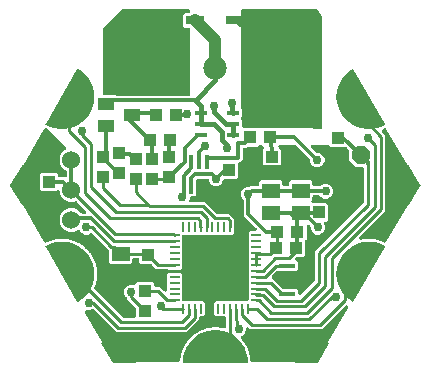
<source format=gbr>
G04 EAGLE Gerber RS-274X export*
G75*
%MOMM*%
%FSLAX34Y34*%
%LPD*%
%INBottom Copper*%
%IPPOS*%
%AMOC8*
5,1,8,0,0,1.08239X$1,22.5*%
G01*
%ADD10R,1.000000X1.100000*%
%ADD11R,1.500000X1.300000*%
%ADD12R,1.100000X1.000000*%
%ADD13R,1.399997X0.400000*%
%ADD14R,0.355600X1.168400*%
%ADD15C,1.000000*%
%ADD16C,1.981200*%
%ADD17C,1.981200*%
%ADD18R,1.400000X1.000000*%
%ADD19R,1.003300X0.457200*%
%ADD20R,0.812800X0.254000*%
%ADD21R,0.254000X0.812800*%
%ADD22R,5.511800X5.511800*%
%ADD23P,1.649562X8X22.500000*%
%ADD24C,1.524000*%
%ADD25R,1.600000X0.800000*%
%ADD26C,0.254000*%
%ADD27C,0.756400*%
%ADD28C,0.304800*%
%ADD29C,0.406400*%
%ADD30C,0.177800*%
%ADD31C,1.016000*%

G36*
X279138Y196216D02*
X279138Y196216D01*
X279166Y196214D01*
X279234Y196236D01*
X279305Y196250D01*
X279328Y196266D01*
X279355Y196275D01*
X279410Y196322D01*
X279469Y196363D01*
X279484Y196387D01*
X279506Y196405D01*
X279537Y196470D01*
X279576Y196530D01*
X279581Y196558D01*
X279593Y196584D01*
X279602Y196685D01*
X279609Y196727D01*
X279607Y196737D01*
X279608Y196750D01*
X279551Y197465D01*
X315559Y197465D01*
X315701Y197481D01*
X315845Y197492D01*
X315874Y197501D01*
X315905Y197505D01*
X316040Y197553D01*
X316177Y197596D01*
X316204Y197612D01*
X316233Y197622D01*
X316354Y197700D01*
X316477Y197773D01*
X316500Y197794D01*
X316526Y197811D01*
X316626Y197914D01*
X316729Y198014D01*
X316746Y198039D01*
X316768Y198062D01*
X316842Y198185D01*
X316920Y198305D01*
X316931Y198334D01*
X316947Y198361D01*
X316991Y198498D01*
X317040Y198633D01*
X317046Y198670D01*
X317053Y198693D01*
X317057Y198742D01*
X317078Y198874D01*
X317127Y199528D01*
X317126Y199541D01*
X317128Y199553D01*
X317119Y199715D01*
X317113Y199876D01*
X317109Y199889D01*
X317109Y199901D01*
X317063Y200056D01*
X317028Y200185D01*
X317223Y201039D01*
X317226Y201067D01*
X317257Y201265D01*
X317323Y202142D01*
X317355Y202177D01*
X317361Y202188D01*
X317370Y202198D01*
X317447Y202339D01*
X317527Y202480D01*
X317531Y202493D01*
X317537Y202504D01*
X317610Y202737D01*
X317877Y203906D01*
X317878Y203918D01*
X317882Y203930D01*
X317898Y204092D01*
X317915Y204252D01*
X317914Y204265D01*
X317915Y204277D01*
X317893Y204439D01*
X317877Y204570D01*
X318197Y205386D01*
X318205Y205413D01*
X318265Y205603D01*
X318460Y206461D01*
X318498Y206491D01*
X318506Y206501D01*
X318515Y206509D01*
X318613Y206638D01*
X318713Y206765D01*
X318719Y206777D01*
X318726Y206787D01*
X318834Y207007D01*
X319272Y208123D01*
X319275Y208135D01*
X319281Y208146D01*
X319320Y208304D01*
X319361Y208460D01*
X319361Y208472D01*
X319364Y208484D01*
X319367Y208646D01*
X319371Y208779D01*
X319809Y209538D01*
X319820Y209564D01*
X319908Y209744D01*
X320229Y210563D01*
X320271Y210587D01*
X320280Y210596D01*
X320291Y210602D01*
X320407Y210715D01*
X320525Y210826D01*
X320532Y210836D01*
X320541Y210845D01*
X320680Y211046D01*
X321279Y212085D01*
X321284Y212096D01*
X321291Y212107D01*
X321353Y212257D01*
X321418Y212405D01*
X321420Y212417D01*
X321425Y212429D01*
X321451Y212589D01*
X321475Y212719D01*
X322021Y213405D01*
X322036Y213428D01*
X322150Y213593D01*
X322590Y214355D01*
X322634Y214372D01*
X322645Y214380D01*
X322657Y214384D01*
X322788Y214479D01*
X322921Y214571D01*
X322929Y214580D01*
X322940Y214588D01*
X323107Y214766D01*
X323855Y215703D01*
X323861Y215714D01*
X323870Y215723D01*
X323954Y215862D01*
X324039Y215999D01*
X324043Y216011D01*
X324050Y216022D01*
X324100Y216176D01*
X324143Y216301D01*
X324785Y216898D01*
X324803Y216919D01*
X324940Y217065D01*
X325489Y217753D01*
X325536Y217763D01*
X325547Y217769D01*
X325559Y217772D01*
X325704Y217846D01*
X325849Y217917D01*
X325858Y217925D01*
X325870Y217931D01*
X326062Y218082D01*
X326941Y218898D01*
X326949Y218907D01*
X326959Y218915D01*
X327062Y219039D01*
X327167Y219162D01*
X327173Y219174D01*
X327181Y219183D01*
X327253Y219328D01*
X327315Y219446D01*
X328039Y219940D01*
X328060Y219958D01*
X328217Y220082D01*
X328862Y220680D01*
X328910Y220684D01*
X328922Y220688D01*
X328935Y220689D01*
X329088Y220740D01*
X329242Y220789D01*
X329253Y220796D01*
X329265Y220800D01*
X329478Y220921D01*
X330468Y221596D01*
X330478Y221605D01*
X330489Y221611D01*
X330609Y221718D01*
X330732Y221824D01*
X330739Y221835D01*
X330749Y221843D01*
X330841Y221975D01*
X330920Y222083D01*
X331710Y222463D01*
X331734Y222478D01*
X331907Y222577D01*
X332634Y223073D01*
X332682Y223069D01*
X332694Y223071D01*
X332707Y223071D01*
X332867Y223099D01*
X333026Y223124D01*
X333038Y223129D01*
X333051Y223131D01*
X333279Y223219D01*
X334359Y223739D01*
X334370Y223746D01*
X334381Y223750D01*
X334517Y223839D01*
X334654Y223925D01*
X334662Y223934D01*
X334673Y223941D01*
X334785Y224058D01*
X334878Y224153D01*
X335716Y224411D01*
X335741Y224422D01*
X335928Y224494D01*
X336720Y224876D01*
X336767Y224866D01*
X336780Y224866D01*
X336792Y224863D01*
X336954Y224867D01*
X337116Y224868D01*
X337128Y224871D01*
X337141Y224871D01*
X337380Y224925D01*
X338525Y225278D01*
X338537Y225283D01*
X338549Y225286D01*
X338696Y225353D01*
X338844Y225418D01*
X338855Y225426D01*
X338866Y225431D01*
X338994Y225530D01*
X339100Y225610D01*
X339967Y225741D01*
X339994Y225748D01*
X340189Y225791D01*
X341030Y226051D01*
X341075Y226033D01*
X341087Y226031D01*
X341099Y226027D01*
X341260Y226006D01*
X341420Y225984D01*
X341432Y225985D01*
X341445Y225983D01*
X341689Y226000D01*
X342875Y226179D01*
X342887Y226182D01*
X342899Y226183D01*
X343055Y226227D01*
X343211Y226270D01*
X343222Y226276D01*
X343234Y226279D01*
X343376Y226359D01*
X343493Y226421D01*
X344369Y226421D01*
X344397Y226424D01*
X344596Y226438D01*
X345466Y226569D01*
X345508Y226545D01*
X345520Y226542D01*
X345531Y226536D01*
X345688Y226491D01*
X345842Y226445D01*
X345854Y226444D01*
X345867Y226441D01*
X346111Y226421D01*
X347309Y226421D01*
X347322Y226423D01*
X347335Y226421D01*
X347495Y226443D01*
X347656Y226461D01*
X347668Y226465D01*
X347680Y226467D01*
X347831Y226524D01*
X347957Y226569D01*
X348824Y226438D01*
X348852Y226437D01*
X349051Y226421D01*
X349931Y226421D01*
X349968Y226391D01*
X349980Y226386D01*
X349990Y226378D01*
X350137Y226312D01*
X350283Y226242D01*
X350296Y226240D01*
X350307Y226234D01*
X350545Y226179D01*
X351731Y226000D01*
X351744Y226000D01*
X351756Y225996D01*
X351918Y225993D01*
X352079Y225988D01*
X352092Y225990D01*
X352104Y225990D01*
X352264Y226024D01*
X352393Y226050D01*
X353231Y225791D01*
X353258Y225786D01*
X353453Y225741D01*
X353731Y225699D01*
X353871Y225694D01*
X354010Y225682D01*
X354045Y225688D01*
X354079Y225686D01*
X354216Y225713D01*
X354355Y225734D01*
X354387Y225747D01*
X354421Y225754D01*
X354549Y225811D01*
X354679Y225863D01*
X354707Y225883D01*
X354739Y225897D01*
X354850Y225982D01*
X354965Y226062D01*
X354988Y226088D01*
X355016Y226109D01*
X355105Y226217D01*
X355198Y226321D01*
X355215Y226351D01*
X355237Y226378D01*
X355299Y226503D01*
X355367Y226626D01*
X355376Y226659D01*
X355392Y226690D01*
X355424Y226826D01*
X355462Y226961D01*
X355465Y227004D01*
X355471Y227030D01*
X355471Y227080D01*
X355481Y227205D01*
X355481Y234442D01*
X355478Y234468D01*
X355480Y234494D01*
X355458Y234641D01*
X355441Y234788D01*
X355433Y234813D01*
X355429Y234839D01*
X355374Y234977D01*
X355324Y235116D01*
X355310Y235138D01*
X355300Y235163D01*
X355215Y235284D01*
X355135Y235409D01*
X355116Y235427D01*
X355101Y235449D01*
X354991Y235548D01*
X354884Y235651D01*
X354862Y235665D01*
X354842Y235682D01*
X354712Y235754D01*
X354585Y235830D01*
X354560Y235838D01*
X354537Y235851D01*
X354394Y235891D01*
X354253Y235936D01*
X354227Y235938D01*
X354202Y235946D01*
X353958Y235965D01*
X346994Y235965D01*
X345654Y237305D01*
X345654Y247327D01*
X346994Y248667D01*
X373380Y248667D01*
X373406Y248670D01*
X373432Y248668D01*
X373579Y248690D01*
X373726Y248707D01*
X373751Y248715D01*
X373777Y248719D01*
X373915Y248774D01*
X374054Y248824D01*
X374076Y248838D01*
X374101Y248848D01*
X374222Y248933D01*
X374347Y249013D01*
X374365Y249032D01*
X374387Y249047D01*
X374486Y249157D01*
X374589Y249264D01*
X374603Y249286D01*
X374620Y249306D01*
X374692Y249436D01*
X374768Y249563D01*
X374776Y249588D01*
X374789Y249611D01*
X374829Y249754D01*
X374874Y249895D01*
X374876Y249921D01*
X374884Y249946D01*
X374903Y250190D01*
X374903Y306584D01*
X376243Y307924D01*
X380240Y307924D01*
X380339Y307935D01*
X380440Y307937D01*
X380512Y307955D01*
X380586Y307964D01*
X380680Y307997D01*
X380778Y308022D01*
X380844Y308056D01*
X380914Y308081D01*
X380998Y308136D01*
X381088Y308182D01*
X381144Y308230D01*
X381207Y308270D01*
X381277Y308342D01*
X381353Y308407D01*
X381397Y308467D01*
X381449Y308521D01*
X381500Y308607D01*
X381560Y308688D01*
X381590Y308756D01*
X381628Y308820D01*
X381658Y308916D01*
X381698Y309008D01*
X381711Y309081D01*
X381734Y309152D01*
X381742Y309252D01*
X381760Y309351D01*
X381756Y309425D01*
X381762Y309499D01*
X381747Y309599D01*
X381742Y309699D01*
X381721Y309770D01*
X381710Y309844D01*
X381673Y309937D01*
X381645Y310034D01*
X381609Y310099D01*
X381582Y310168D01*
X381524Y310250D01*
X381475Y310338D01*
X381410Y310414D01*
X381383Y310454D01*
X381356Y310478D01*
X381317Y310524D01*
X373518Y318323D01*
X370839Y321002D01*
X370839Y333687D01*
X370825Y333813D01*
X370818Y333939D01*
X370805Y333986D01*
X370799Y334034D01*
X370757Y334153D01*
X370722Y334274D01*
X370698Y334316D01*
X370682Y334362D01*
X370613Y334468D01*
X370552Y334578D01*
X370512Y334624D01*
X370493Y334654D01*
X370458Y334688D01*
X370393Y334764D01*
X369505Y335652D01*
X368581Y337883D01*
X368581Y340297D01*
X369505Y342528D01*
X371212Y344235D01*
X373443Y345159D01*
X374699Y345159D01*
X374824Y345173D01*
X374950Y345180D01*
X374997Y345193D01*
X375045Y345199D01*
X375164Y345241D01*
X375285Y345276D01*
X375327Y345300D01*
X375373Y345316D01*
X375479Y345385D01*
X375589Y345446D01*
X375636Y345486D01*
X375666Y345505D01*
X375699Y345540D01*
X375776Y345605D01*
X376222Y346051D01*
X382390Y346051D01*
X382416Y346054D01*
X382442Y346052D01*
X382589Y346074D01*
X382736Y346091D01*
X382761Y346099D01*
X382787Y346103D01*
X382925Y346158D01*
X383064Y346208D01*
X383086Y346222D01*
X383111Y346232D01*
X383232Y346317D01*
X383357Y346397D01*
X383375Y346416D01*
X383397Y346431D01*
X383496Y346541D01*
X383599Y346648D01*
X383613Y346670D01*
X383630Y346690D01*
X383702Y346820D01*
X383778Y346947D01*
X383786Y346972D01*
X383799Y346995D01*
X383839Y347138D01*
X383884Y347279D01*
X383886Y347305D01*
X383894Y347330D01*
X383913Y347574D01*
X383913Y349687D01*
X385253Y351027D01*
X402147Y351027D01*
X403487Y349687D01*
X403487Y347574D01*
X403490Y347548D01*
X403488Y347522D01*
X403510Y347375D01*
X403527Y347228D01*
X403535Y347203D01*
X403539Y347177D01*
X403594Y347039D01*
X403644Y346900D01*
X403658Y346878D01*
X403668Y346853D01*
X403753Y346732D01*
X403833Y346607D01*
X403852Y346589D01*
X403867Y346567D01*
X403977Y346468D01*
X404084Y346365D01*
X404106Y346351D01*
X404126Y346334D01*
X404256Y346262D01*
X404383Y346186D01*
X404408Y346178D01*
X404431Y346165D01*
X404574Y346125D01*
X404715Y346080D01*
X404741Y346078D01*
X404766Y346070D01*
X405010Y346051D01*
X407790Y346051D01*
X407816Y346054D01*
X407842Y346052D01*
X407989Y346074D01*
X408136Y346091D01*
X408161Y346099D01*
X408187Y346103D01*
X408325Y346158D01*
X408464Y346208D01*
X408486Y346222D01*
X408511Y346232D01*
X408632Y346317D01*
X408757Y346397D01*
X408775Y346416D01*
X408797Y346431D01*
X408896Y346541D01*
X408999Y346648D01*
X409013Y346670D01*
X409030Y346690D01*
X409102Y346820D01*
X409178Y346947D01*
X409186Y346972D01*
X409199Y346995D01*
X409239Y347138D01*
X409284Y347279D01*
X409286Y347305D01*
X409294Y347330D01*
X409313Y347574D01*
X409313Y349687D01*
X410653Y351027D01*
X427547Y351027D01*
X428887Y349687D01*
X428887Y347574D01*
X428890Y347548D01*
X428888Y347522D01*
X428910Y347375D01*
X428927Y347228D01*
X428935Y347203D01*
X428939Y347177D01*
X428994Y347039D01*
X429044Y346900D01*
X429058Y346878D01*
X429068Y346853D01*
X429153Y346732D01*
X429233Y346607D01*
X429252Y346589D01*
X429267Y346567D01*
X429377Y346468D01*
X429484Y346365D01*
X429506Y346351D01*
X429526Y346334D01*
X429656Y346262D01*
X429783Y346186D01*
X429808Y346178D01*
X429831Y346165D01*
X429974Y346125D01*
X430115Y346080D01*
X430141Y346078D01*
X430166Y346070D01*
X430410Y346051D01*
X435163Y346051D01*
X435289Y346065D01*
X435415Y346072D01*
X435462Y346085D01*
X435510Y346091D01*
X435628Y346133D01*
X435750Y346168D01*
X435792Y346192D01*
X435838Y346208D01*
X435944Y346277D01*
X436054Y346338D01*
X436100Y346378D01*
X436130Y346397D01*
X436164Y346432D01*
X436240Y346497D01*
X436518Y346775D01*
X438749Y347699D01*
X441163Y347699D01*
X443394Y346775D01*
X445101Y345068D01*
X446025Y342837D01*
X446025Y340423D01*
X445101Y338192D01*
X443394Y336485D01*
X441163Y335561D01*
X438749Y335561D01*
X436518Y336485D01*
X435020Y337983D01*
X434921Y338062D01*
X434828Y338146D01*
X434785Y338170D01*
X434747Y338200D01*
X434633Y338254D01*
X434522Y338315D01*
X434476Y338328D01*
X434432Y338349D01*
X434309Y338375D01*
X434187Y338410D01*
X434126Y338415D01*
X434092Y338422D01*
X434044Y338421D01*
X433943Y338429D01*
X430410Y338429D01*
X430384Y338426D01*
X430358Y338428D01*
X430211Y338406D01*
X430064Y338389D01*
X430039Y338381D01*
X430013Y338377D01*
X429875Y338322D01*
X429736Y338272D01*
X429714Y338258D01*
X429689Y338248D01*
X429568Y338163D01*
X429443Y338083D01*
X429425Y338064D01*
X429403Y338049D01*
X429304Y337939D01*
X429201Y337832D01*
X429187Y337810D01*
X429170Y337790D01*
X429098Y337660D01*
X429022Y337533D01*
X429014Y337508D01*
X429001Y337485D01*
X428961Y337342D01*
X428916Y337201D01*
X428914Y337175D01*
X428906Y337150D01*
X428887Y336906D01*
X428887Y334793D01*
X428331Y334237D01*
X428269Y334158D01*
X428199Y334086D01*
X428161Y334022D01*
X428114Y333964D01*
X428071Y333873D01*
X428020Y333787D01*
X427997Y333716D01*
X427965Y333649D01*
X427944Y333551D01*
X427914Y333455D01*
X427908Y333381D01*
X427892Y333308D01*
X427894Y333208D01*
X427886Y333108D01*
X427897Y333034D01*
X427898Y332960D01*
X427923Y332863D01*
X427937Y332763D01*
X427965Y332694D01*
X427983Y332622D01*
X428029Y332533D01*
X428066Y332439D01*
X428109Y332378D01*
X428143Y332312D01*
X428208Y332236D01*
X428265Y332153D01*
X428320Y332103D01*
X428369Y332047D01*
X428449Y331987D01*
X428524Y331920D01*
X428589Y331884D01*
X428649Y331839D01*
X428741Y331800D01*
X428829Y331751D01*
X428901Y331731D01*
X428969Y331701D01*
X429068Y331684D01*
X429164Y331656D01*
X429264Y331648D01*
X429312Y331640D01*
X429348Y331642D01*
X429408Y331637D01*
X440677Y331637D01*
X442017Y330297D01*
X442017Y317403D01*
X440677Y316063D01*
X440273Y316063D01*
X440124Y316046D01*
X439974Y316034D01*
X439951Y316026D01*
X439927Y316023D01*
X439786Y315973D01*
X439642Y315927D01*
X439622Y315914D01*
X439599Y315906D01*
X439472Y315824D01*
X439344Y315747D01*
X439327Y315730D01*
X439306Y315717D01*
X439202Y315609D01*
X439094Y315504D01*
X439081Y315484D01*
X439064Y315466D01*
X438987Y315337D01*
X438906Y315211D01*
X438898Y315188D01*
X438885Y315167D01*
X438839Y315024D01*
X438789Y314882D01*
X438786Y314858D01*
X438779Y314835D01*
X438767Y314686D01*
X438750Y314536D01*
X438753Y314512D01*
X438751Y314488D01*
X438773Y314339D01*
X438791Y314190D01*
X438800Y314162D01*
X438803Y314143D01*
X438820Y314099D01*
X438866Y313957D01*
X439529Y312357D01*
X439529Y309943D01*
X438605Y307712D01*
X436898Y306005D01*
X434667Y305081D01*
X432253Y305081D01*
X430022Y306005D01*
X428315Y307712D01*
X427391Y309943D01*
X427391Y311199D01*
X427377Y311324D01*
X427370Y311450D01*
X427357Y311497D01*
X427351Y311545D01*
X427309Y311664D01*
X427274Y311785D01*
X427250Y311827D01*
X427234Y311873D01*
X427165Y311979D01*
X427104Y312089D01*
X427064Y312136D01*
X427045Y312166D01*
X427010Y312199D01*
X426945Y312276D01*
X426557Y312664D01*
X426478Y312726D01*
X426406Y312796D01*
X426342Y312834D01*
X426284Y312880D01*
X426193Y312923D01*
X426107Y312975D01*
X426036Y312997D01*
X425969Y313029D01*
X425871Y313050D01*
X425775Y313081D01*
X425701Y313087D01*
X425628Y313103D01*
X425528Y313101D01*
X425428Y313109D01*
X425354Y313098D01*
X425280Y313097D01*
X425182Y313072D01*
X425083Y313057D01*
X425014Y313030D01*
X424942Y313012D01*
X424853Y312966D01*
X424759Y312929D01*
X424698Y312886D01*
X424632Y312852D01*
X424556Y312787D01*
X424473Y312730D01*
X424423Y312674D01*
X424367Y312626D01*
X424307Y312545D01*
X424240Y312471D01*
X424204Y312406D01*
X424159Y312346D01*
X424120Y312254D01*
X424071Y312166D01*
X424051Y312094D01*
X424021Y312026D01*
X424004Y311927D01*
X423976Y311830D01*
X423968Y311730D01*
X423960Y311683D01*
X423962Y311647D01*
X423957Y311587D01*
X423957Y301393D01*
X423133Y300569D01*
X423066Y300484D01*
X423031Y300449D01*
X423024Y300436D01*
X422970Y300376D01*
X422946Y300334D01*
X422916Y300296D01*
X422862Y300182D01*
X422801Y300071D01*
X422788Y300025D01*
X422767Y299981D01*
X422741Y299857D01*
X422706Y299736D01*
X422701Y299675D01*
X422694Y299640D01*
X422695Y299592D01*
X422687Y299492D01*
X422687Y287423D01*
X421347Y286083D01*
X415613Y286083D01*
X415488Y286069D01*
X415361Y286062D01*
X415315Y286049D01*
X415267Y286043D01*
X415148Y286001D01*
X415026Y285966D01*
X414984Y285942D01*
X414939Y285926D01*
X414833Y285857D01*
X414722Y285796D01*
X414676Y285756D01*
X414646Y285737D01*
X414612Y285702D01*
X414536Y285637D01*
X414486Y285587D01*
X414424Y285508D01*
X414354Y285436D01*
X414316Y285372D01*
X414269Y285314D01*
X414226Y285223D01*
X414175Y285137D01*
X414152Y285066D01*
X414120Y284999D01*
X414099Y284901D01*
X414069Y284805D01*
X414063Y284731D01*
X414047Y284658D01*
X414049Y284558D01*
X414041Y284458D01*
X414052Y284384D01*
X414053Y284310D01*
X414077Y284212D01*
X414092Y284113D01*
X414120Y284044D01*
X414138Y283972D01*
X414184Y283882D01*
X414221Y283789D01*
X414264Y283728D01*
X414298Y283662D01*
X414363Y283585D01*
X414420Y283503D01*
X414475Y283453D01*
X414523Y283397D01*
X414604Y283337D01*
X414679Y283270D01*
X414744Y283234D01*
X414804Y283189D01*
X414896Y283150D01*
X414984Y283101D01*
X415056Y283081D01*
X415124Y283051D01*
X415223Y283034D01*
X415319Y283006D01*
X415419Y282998D01*
X415467Y282990D01*
X415503Y282992D01*
X415563Y282987D01*
X415617Y282987D01*
X416957Y281647D01*
X416957Y275753D01*
X415617Y274413D01*
X399454Y274413D01*
X399329Y274399D01*
X399202Y274392D01*
X399156Y274379D01*
X399108Y274373D01*
X398989Y274331D01*
X398867Y274296D01*
X398825Y274272D01*
X398780Y274256D01*
X398674Y274187D01*
X398563Y274126D01*
X398517Y274086D01*
X398487Y274067D01*
X398453Y274032D01*
X398377Y273967D01*
X394698Y270288D01*
X394681Y270267D01*
X394661Y270250D01*
X394573Y270131D01*
X394481Y270015D01*
X394470Y269991D01*
X394454Y269970D01*
X394395Y269834D01*
X394332Y269700D01*
X394327Y269674D01*
X394316Y269650D01*
X394290Y269504D01*
X394259Y269359D01*
X394259Y269333D01*
X394254Y269307D01*
X394262Y269158D01*
X394265Y269010D01*
X394271Y268985D01*
X394272Y268959D01*
X394313Y268816D01*
X394350Y268672D01*
X394362Y268649D01*
X394369Y268624D01*
X394441Y268495D01*
X394509Y268363D01*
X394526Y268343D01*
X394539Y268320D01*
X394698Y268133D01*
X403398Y259433D01*
X403497Y259354D01*
X403591Y259270D01*
X403633Y259246D01*
X403671Y259216D01*
X403785Y259162D01*
X403896Y259101D01*
X403943Y259088D01*
X403986Y259067D01*
X404110Y259041D01*
X404231Y259006D01*
X404292Y259002D01*
X404327Y258994D01*
X404375Y258995D01*
X404475Y258987D01*
X415617Y258987D01*
X416957Y257647D01*
X416957Y255585D01*
X416968Y255485D01*
X416970Y255385D01*
X416988Y255313D01*
X416997Y255239D01*
X417030Y255144D01*
X417055Y255047D01*
X417089Y254981D01*
X417114Y254911D01*
X417169Y254826D01*
X417215Y254737D01*
X417263Y254681D01*
X417303Y254618D01*
X417375Y254548D01*
X417440Y254472D01*
X417500Y254428D01*
X417554Y254376D01*
X417640Y254324D01*
X417721Y254265D01*
X417789Y254235D01*
X417853Y254197D01*
X417948Y254166D01*
X418041Y254127D01*
X418114Y254113D01*
X418185Y254091D01*
X418285Y254083D01*
X418384Y254065D01*
X418458Y254069D01*
X418532Y254063D01*
X418631Y254078D01*
X418732Y254083D01*
X418803Y254103D01*
X418877Y254115D01*
X418970Y254152D01*
X419067Y254179D01*
X419132Y254216D01*
X419201Y254243D01*
X419283Y254301D01*
X419371Y254350D01*
X419447Y254415D01*
X419487Y254442D01*
X419511Y254469D01*
X419557Y254508D01*
X430503Y265454D01*
X430582Y265553D01*
X430666Y265647D01*
X430690Y265689D01*
X430720Y265727D01*
X430774Y265841D01*
X430835Y265952D01*
X430848Y265999D01*
X430869Y266042D01*
X430895Y266166D01*
X430930Y266287D01*
X430935Y266348D01*
X430942Y266383D01*
X430941Y266431D01*
X430949Y266531D01*
X430949Y290610D01*
X471873Y331534D01*
X471952Y331633D01*
X472036Y331727D01*
X472060Y331769D01*
X472090Y331807D01*
X472144Y331921D01*
X472205Y332032D01*
X472218Y332079D01*
X472239Y332122D01*
X472265Y332246D01*
X472300Y332367D01*
X472305Y332428D01*
X472312Y332463D01*
X472311Y332511D01*
X472319Y332611D01*
X472319Y360680D01*
X472316Y360706D01*
X472318Y360732D01*
X472296Y360879D01*
X472279Y361026D01*
X472271Y361051D01*
X472267Y361077D01*
X472212Y361215D01*
X472162Y361354D01*
X472148Y361376D01*
X472138Y361401D01*
X472053Y361522D01*
X471973Y361647D01*
X471954Y361665D01*
X471939Y361687D01*
X471829Y361786D01*
X471722Y361889D01*
X471700Y361903D01*
X471680Y361920D01*
X471550Y361992D01*
X471423Y362068D01*
X471398Y362076D01*
X471375Y362089D01*
X471232Y362129D01*
X471091Y362174D01*
X471065Y362176D01*
X471040Y362184D01*
X470796Y362203D01*
X465796Y362203D01*
X459993Y368006D01*
X459993Y375997D01*
X459979Y376122D01*
X459972Y376248D01*
X459959Y376295D01*
X459953Y376343D01*
X459911Y376462D01*
X459876Y376583D01*
X459852Y376625D01*
X459836Y376671D01*
X459767Y376777D01*
X459706Y376887D01*
X459666Y376934D01*
X459647Y376964D01*
X459612Y376997D01*
X459547Y377074D01*
X457894Y378727D01*
X457794Y378806D01*
X457701Y378890D01*
X457658Y378914D01*
X457621Y378944D01*
X457507Y378998D01*
X457396Y379059D01*
X457349Y379072D01*
X457306Y379093D01*
X457182Y379119D01*
X457060Y379154D01*
X457000Y379159D01*
X456965Y379166D01*
X456917Y379165D01*
X456817Y379173D01*
X444903Y379173D01*
X443269Y380807D01*
X443170Y380886D01*
X443076Y380970D01*
X443034Y380994D01*
X442996Y381024D01*
X442882Y381078D01*
X442771Y381139D01*
X442725Y381152D01*
X442681Y381173D01*
X442557Y381199D01*
X442436Y381234D01*
X442375Y381239D01*
X442340Y381246D01*
X442292Y381245D01*
X442192Y381253D01*
X429183Y381253D01*
X429084Y381242D01*
X428983Y381240D01*
X428911Y381222D01*
X428837Y381213D01*
X428743Y381180D01*
X428645Y381155D01*
X428579Y381121D01*
X428509Y381096D01*
X428425Y381041D01*
X428335Y380995D01*
X428279Y380947D01*
X428216Y380907D01*
X428146Y380835D01*
X428070Y380770D01*
X428026Y380710D01*
X427974Y380656D01*
X427923Y380570D01*
X427863Y380489D01*
X427833Y380421D01*
X427795Y380357D01*
X427765Y380261D01*
X427725Y380169D01*
X427712Y380096D01*
X427689Y380025D01*
X427681Y379925D01*
X427663Y379826D01*
X427667Y379752D01*
X427661Y379678D01*
X427676Y379578D01*
X427681Y379478D01*
X427702Y379407D01*
X427713Y379333D01*
X427750Y379240D01*
X427778Y379143D01*
X427814Y379078D01*
X427841Y379009D01*
X427899Y378927D01*
X427948Y378839D01*
X428013Y378763D01*
X428040Y378723D01*
X428067Y378699D01*
X428106Y378653D01*
X431944Y374815D01*
X432043Y374736D01*
X432137Y374652D01*
X432180Y374628D01*
X432217Y374598D01*
X432332Y374544D01*
X432442Y374483D01*
X432489Y374470D01*
X432532Y374449D01*
X432656Y374423D01*
X432778Y374388D01*
X432838Y374383D01*
X432873Y374376D01*
X432921Y374377D01*
X433021Y374369D01*
X434277Y374369D01*
X436508Y373445D01*
X438215Y371738D01*
X439139Y369507D01*
X439139Y367093D01*
X438215Y364862D01*
X436508Y363155D01*
X434277Y362231D01*
X431863Y362231D01*
X429632Y363155D01*
X427925Y364862D01*
X427001Y367093D01*
X427001Y368349D01*
X426987Y368474D01*
X426980Y368600D01*
X426967Y368647D01*
X426961Y368695D01*
X426919Y368814D01*
X426884Y368935D01*
X426860Y368977D01*
X426844Y369023D01*
X426775Y369129D01*
X426714Y369239D01*
X426674Y369286D01*
X426655Y369316D01*
X426620Y369349D01*
X426555Y369426D01*
X415174Y380807D01*
X415075Y380886D01*
X414981Y380970D01*
X414939Y380994D01*
X414901Y381024D01*
X414787Y381078D01*
X414676Y381139D01*
X414629Y381152D01*
X414586Y381173D01*
X414462Y381199D01*
X414340Y381234D01*
X414280Y381239D01*
X414245Y381246D01*
X414197Y381245D01*
X414097Y381253D01*
X401578Y381253D01*
X401453Y381239D01*
X401326Y381232D01*
X401280Y381219D01*
X401232Y381213D01*
X401113Y381171D01*
X400991Y381136D01*
X400949Y381112D01*
X400904Y381096D01*
X400798Y381027D01*
X400687Y380966D01*
X400641Y380926D01*
X400611Y380907D01*
X400577Y380872D01*
X400501Y380807D01*
X400421Y380727D01*
X400359Y380649D01*
X400289Y380576D01*
X400251Y380512D01*
X400204Y380454D01*
X400161Y380363D01*
X400110Y380277D01*
X400087Y380206D01*
X400055Y380139D01*
X400034Y380041D01*
X400004Y379945D01*
X399998Y379871D01*
X399982Y379798D01*
X399984Y379698D01*
X399976Y379598D01*
X399987Y379524D01*
X399988Y379450D01*
X400013Y379353D01*
X400027Y379253D01*
X400055Y379184D01*
X400073Y379112D01*
X400119Y379022D01*
X400156Y378929D01*
X400199Y378868D01*
X400233Y378802D01*
X400298Y378725D01*
X400355Y378643D01*
X400410Y378593D01*
X400459Y378537D01*
X400539Y378477D01*
X400614Y378410D01*
X400679Y378374D01*
X400739Y378329D01*
X400831Y378290D01*
X400905Y378249D01*
X402367Y376787D01*
X402367Y364893D01*
X401027Y363553D01*
X388133Y363553D01*
X386793Y364893D01*
X386793Y376787D01*
X387389Y377383D01*
X387405Y377403D01*
X387425Y377420D01*
X387514Y377540D01*
X387606Y377656D01*
X387617Y377680D01*
X387632Y377701D01*
X387691Y377837D01*
X387754Y377971D01*
X387760Y377997D01*
X387770Y378021D01*
X387797Y378167D01*
X387828Y378312D01*
X387827Y378338D01*
X387832Y378364D01*
X387824Y378512D01*
X387822Y378660D01*
X387815Y378686D01*
X387814Y378712D01*
X387773Y378854D01*
X387737Y378998D01*
X387725Y379022D01*
X387718Y379047D01*
X387645Y379176D01*
X387577Y379308D01*
X387560Y379328D01*
X387547Y379351D01*
X387389Y379537D01*
X386119Y380807D01*
X386020Y380886D01*
X385926Y380970D01*
X385884Y380994D01*
X385846Y381024D01*
X385732Y381078D01*
X385621Y381139D01*
X385575Y381152D01*
X385531Y381173D01*
X385407Y381199D01*
X385286Y381234D01*
X385225Y381239D01*
X385190Y381246D01*
X385142Y381245D01*
X385042Y381253D01*
X384578Y381253D01*
X384453Y381239D01*
X384326Y381232D01*
X384280Y381219D01*
X384232Y381213D01*
X384113Y381171D01*
X383991Y381136D01*
X383949Y381112D01*
X383904Y381096D01*
X383798Y381027D01*
X383687Y380966D01*
X383641Y380926D01*
X383611Y380907D01*
X383578Y380872D01*
X383501Y380807D01*
X382257Y379563D01*
X374543Y379563D01*
X374418Y379549D01*
X374292Y379542D01*
X374245Y379529D01*
X374197Y379523D01*
X374078Y379481D01*
X373957Y379446D01*
X373915Y379422D01*
X373869Y379406D01*
X373763Y379337D01*
X373653Y379276D01*
X373606Y379236D01*
X373576Y379217D01*
X373543Y379182D01*
X373466Y379117D01*
X373118Y378769D01*
X371436Y378769D01*
X371410Y378766D01*
X371384Y378768D01*
X371237Y378746D01*
X371090Y378729D01*
X371065Y378721D01*
X371039Y378717D01*
X370901Y378662D01*
X370762Y378612D01*
X370740Y378598D01*
X370715Y378588D01*
X370594Y378503D01*
X370469Y378423D01*
X370451Y378404D01*
X370429Y378389D01*
X370330Y378279D01*
X370227Y378172D01*
X370213Y378150D01*
X370196Y378130D01*
X370124Y378000D01*
X370048Y377873D01*
X370040Y377848D01*
X370027Y377825D01*
X369987Y377682D01*
X369942Y377541D01*
X369940Y377515D01*
X369932Y377490D01*
X369913Y377246D01*
X369913Y368500D01*
X367680Y366267D01*
X366950Y366267D01*
X366924Y366264D01*
X366898Y366266D01*
X366751Y366244D01*
X366604Y366227D01*
X366579Y366219D01*
X366553Y366215D01*
X366415Y366160D01*
X366276Y366110D01*
X366254Y366096D01*
X366229Y366086D01*
X366108Y366001D01*
X365983Y365921D01*
X365965Y365902D01*
X365943Y365887D01*
X365844Y365777D01*
X365741Y365670D01*
X365727Y365648D01*
X365710Y365628D01*
X365638Y365498D01*
X365562Y365371D01*
X365554Y365346D01*
X365541Y365323D01*
X365501Y365180D01*
X365456Y365039D01*
X365454Y365013D01*
X365446Y364988D01*
X365427Y364744D01*
X365427Y353208D01*
X364087Y351868D01*
X354667Y351868D01*
X354591Y351860D01*
X354514Y351861D01*
X354418Y351840D01*
X354320Y351828D01*
X354248Y351803D01*
X354174Y351786D01*
X354085Y351744D01*
X353992Y351711D01*
X353928Y351669D01*
X353859Y351637D01*
X353782Y351575D01*
X353699Y351522D01*
X353646Y351467D01*
X353587Y351419D01*
X353526Y351342D01*
X353457Y351271D01*
X353418Y351206D01*
X353371Y351146D01*
X353302Y351012D01*
X353278Y350972D01*
X353273Y350954D01*
X353259Y350928D01*
X352465Y349012D01*
X350758Y347305D01*
X348528Y346381D01*
X346114Y346381D01*
X343883Y347305D01*
X342176Y349012D01*
X341204Y351357D01*
X341167Y351424D01*
X341139Y351495D01*
X341083Y351576D01*
X341035Y351662D01*
X340984Y351718D01*
X340940Y351781D01*
X340867Y351847D01*
X340801Y351920D01*
X340738Y351963D01*
X340681Y352014D01*
X340595Y352062D01*
X340514Y352118D01*
X340443Y352146D01*
X340376Y352183D01*
X340282Y352210D01*
X340190Y352246D01*
X340115Y352257D01*
X340041Y352278D01*
X339892Y352290D01*
X339845Y352297D01*
X339826Y352295D01*
X339797Y352297D01*
X331978Y352297D01*
X331952Y352294D01*
X331926Y352296D01*
X331779Y352274D01*
X331632Y352257D01*
X331607Y352249D01*
X331581Y352245D01*
X331443Y352190D01*
X331304Y352140D01*
X331282Y352126D01*
X331257Y352116D01*
X331136Y352031D01*
X331011Y351951D01*
X330993Y351932D01*
X330971Y351917D01*
X330872Y351807D01*
X330769Y351700D01*
X330755Y351678D01*
X330738Y351658D01*
X330666Y351528D01*
X330590Y351401D01*
X330582Y351376D01*
X330569Y351353D01*
X330529Y351210D01*
X330484Y351069D01*
X330482Y351043D01*
X330474Y351018D01*
X330455Y350774D01*
X330455Y338651D01*
X329115Y337311D01*
X326362Y337311D01*
X326336Y337308D01*
X326310Y337310D01*
X326163Y337288D01*
X326016Y337271D01*
X325991Y337263D01*
X325965Y337259D01*
X325827Y337204D01*
X325688Y337154D01*
X325666Y337140D01*
X325641Y337130D01*
X325520Y337045D01*
X325395Y336965D01*
X325377Y336946D01*
X325355Y336931D01*
X325256Y336821D01*
X325153Y336714D01*
X325139Y336692D01*
X325122Y336672D01*
X325050Y336542D01*
X324974Y336415D01*
X324966Y336390D01*
X324953Y336367D01*
X324913Y336224D01*
X324868Y336083D01*
X324866Y336057D01*
X324858Y336032D01*
X324839Y335788D01*
X324839Y335343D01*
X324543Y334628D01*
X324501Y334484D01*
X324456Y334340D01*
X324454Y334316D01*
X324447Y334293D01*
X324440Y334143D01*
X324428Y333993D01*
X324431Y333969D01*
X324430Y333945D01*
X324457Y333797D01*
X324479Y333648D01*
X324488Y333626D01*
X324493Y333602D01*
X324553Y333464D01*
X324608Y333325D01*
X324622Y333305D01*
X324632Y333283D01*
X324721Y333162D01*
X324807Y333038D01*
X324825Y333022D01*
X324839Y333003D01*
X324954Y332906D01*
X325066Y332805D01*
X325087Y332793D01*
X325105Y332778D01*
X325239Y332709D01*
X325371Y332636D01*
X325394Y332630D01*
X325416Y332619D01*
X325561Y332583D01*
X325706Y332542D01*
X325735Y332539D01*
X325754Y332535D01*
X325801Y332534D01*
X325950Y332522D01*
X337565Y332522D01*
X347060Y323027D01*
X347159Y322948D01*
X347253Y322864D01*
X347295Y322840D01*
X347333Y322810D01*
X347447Y322756D01*
X347558Y322695D01*
X347605Y322682D01*
X347648Y322661D01*
X347772Y322635D01*
X347893Y322600D01*
X347954Y322595D01*
X347989Y322588D01*
X348037Y322589D01*
X348137Y322581D01*
X358428Y322581D01*
X362595Y318414D01*
X362595Y317221D01*
X362609Y317096D01*
X362616Y316969D01*
X362629Y316923D01*
X362635Y316875D01*
X362677Y316756D01*
X362712Y316635D01*
X362736Y316592D01*
X362752Y316547D01*
X362770Y316520D01*
X362770Y306393D01*
X361430Y305053D01*
X320040Y305053D01*
X320014Y305050D01*
X319988Y305052D01*
X319841Y305030D01*
X319694Y305013D01*
X319669Y305005D01*
X319643Y305001D01*
X319505Y304946D01*
X319366Y304896D01*
X319344Y304882D01*
X319319Y304872D01*
X319198Y304787D01*
X319073Y304707D01*
X319055Y304688D01*
X319033Y304673D01*
X318934Y304563D01*
X318831Y304456D01*
X318817Y304434D01*
X318800Y304414D01*
X318728Y304284D01*
X318652Y304157D01*
X318644Y304132D01*
X318631Y304109D01*
X318591Y303966D01*
X318546Y303825D01*
X318544Y303799D01*
X318536Y303774D01*
X318517Y303530D01*
X318517Y277144D01*
X316810Y275437D01*
X316793Y275416D01*
X316773Y275399D01*
X316685Y275280D01*
X316593Y275164D01*
X316582Y275140D01*
X316566Y275119D01*
X316507Y274983D01*
X316444Y274848D01*
X316438Y274823D01*
X316428Y274799D01*
X316402Y274652D01*
X316371Y274508D01*
X316371Y274482D01*
X316366Y274456D01*
X316374Y274307D01*
X316377Y274159D01*
X316383Y274134D01*
X316384Y274108D01*
X316425Y273965D01*
X316462Y273821D01*
X316474Y273798D01*
X316481Y273773D01*
X316553Y273643D01*
X316621Y273512D01*
X316638Y273492D01*
X316651Y273469D01*
X316810Y273282D01*
X318517Y271575D01*
X318517Y250190D01*
X318520Y250164D01*
X318518Y250138D01*
X318540Y249991D01*
X318557Y249844D01*
X318565Y249819D01*
X318569Y249793D01*
X318624Y249655D01*
X318674Y249516D01*
X318688Y249494D01*
X318698Y249469D01*
X318783Y249348D01*
X318863Y249223D01*
X318882Y249205D01*
X318897Y249183D01*
X319007Y249084D01*
X319114Y248981D01*
X319136Y248967D01*
X319156Y248950D01*
X319286Y248878D01*
X319413Y248802D01*
X319438Y248794D01*
X319461Y248781D01*
X319604Y248741D01*
X319745Y248696D01*
X319771Y248694D01*
X319796Y248686D01*
X320040Y248667D01*
X336424Y248667D01*
X337764Y247327D01*
X337764Y237305D01*
X336424Y235965D01*
X334286Y235965D01*
X334260Y235962D01*
X334234Y235964D01*
X334087Y235942D01*
X333940Y235925D01*
X333915Y235917D01*
X333889Y235913D01*
X333751Y235858D01*
X333612Y235808D01*
X333590Y235794D01*
X333565Y235784D01*
X333444Y235699D01*
X333319Y235619D01*
X333301Y235600D01*
X333279Y235585D01*
X333180Y235475D01*
X333077Y235368D01*
X333063Y235346D01*
X333046Y235326D01*
X332974Y235196D01*
X332898Y235069D01*
X332890Y235044D01*
X332877Y235021D01*
X332837Y234878D01*
X332792Y234737D01*
X332790Y234711D01*
X332782Y234686D01*
X332763Y234442D01*
X332763Y232942D01*
X322158Y222337D01*
X263170Y222337D01*
X244166Y241341D01*
X244106Y241389D01*
X244053Y241443D01*
X243970Y241497D01*
X243893Y241558D01*
X243824Y241590D01*
X243760Y241632D01*
X243667Y241665D01*
X243578Y241707D01*
X243504Y241723D01*
X243431Y241748D01*
X243333Y241759D01*
X243237Y241780D01*
X243161Y241779D01*
X243085Y241787D01*
X242987Y241776D01*
X242889Y241774D01*
X242815Y241755D01*
X242739Y241746D01*
X242597Y241701D01*
X242551Y241689D01*
X242534Y241680D01*
X242506Y241671D01*
X240872Y240994D01*
X238391Y240994D01*
X238269Y241029D01*
X238244Y241030D01*
X238219Y241036D01*
X238070Y241039D01*
X237921Y241046D01*
X237896Y241041D01*
X237870Y241042D01*
X237725Y241010D01*
X237578Y240984D01*
X237555Y240973D01*
X237530Y240968D01*
X237395Y240904D01*
X237259Y240845D01*
X237238Y240829D01*
X237215Y240818D01*
X237098Y240725D01*
X236979Y240637D01*
X236962Y240617D01*
X236942Y240601D01*
X236850Y240485D01*
X236754Y240371D01*
X236742Y240348D01*
X236726Y240328D01*
X236663Y240193D01*
X236595Y240061D01*
X236589Y240036D01*
X236578Y240013D01*
X236547Y239866D01*
X236511Y239722D01*
X236510Y239697D01*
X236505Y239672D01*
X236508Y239522D01*
X236506Y239374D01*
X236511Y239349D01*
X236512Y239323D01*
X236548Y239179D01*
X236580Y239033D01*
X236591Y239010D01*
X236597Y238985D01*
X236702Y238764D01*
X251024Y213958D01*
X250397Y213661D01*
X250374Y213644D01*
X250347Y213634D01*
X250295Y213585D01*
X250237Y213542D01*
X250223Y213517D01*
X250202Y213498D01*
X250173Y213432D01*
X250137Y213370D01*
X250134Y213342D01*
X250122Y213316D01*
X250121Y213244D01*
X250112Y213173D01*
X250120Y213146D01*
X250120Y213117D01*
X250155Y213022D01*
X250166Y212982D01*
X250173Y212973D01*
X250177Y212961D01*
X259677Y196461D01*
X259729Y196403D01*
X259775Y196340D01*
X259794Y196329D01*
X259809Y196312D01*
X259879Y196278D01*
X259946Y196238D01*
X259971Y196234D01*
X259988Y196226D01*
X260033Y196224D01*
X260110Y196211D01*
X279110Y196211D01*
X279138Y196216D01*
G37*
G36*
X435679Y394103D02*
X435679Y394103D01*
X435830Y394111D01*
X435839Y394113D01*
X435847Y394114D01*
X435990Y394160D01*
X436134Y394205D01*
X436141Y394209D01*
X436149Y394212D01*
X436277Y394293D01*
X436405Y394371D01*
X436411Y394377D01*
X436418Y394382D01*
X436521Y394492D01*
X436626Y394600D01*
X436630Y394607D01*
X436636Y394614D01*
X436708Y394745D01*
X436783Y394877D01*
X436786Y394885D01*
X436790Y394892D01*
X436827Y395037D01*
X436867Y395183D01*
X436867Y395192D01*
X436869Y395200D01*
X436879Y395361D01*
X436879Y488678D01*
X436868Y488770D01*
X436866Y488862D01*
X436848Y488927D01*
X436839Y488994D01*
X436805Y489080D01*
X436781Y489168D01*
X436729Y489274D01*
X436722Y489289D01*
X436717Y489296D01*
X436709Y489313D01*
X433241Y495321D01*
X433177Y495405D01*
X433120Y495494D01*
X433081Y495531D01*
X433048Y495574D01*
X432966Y495640D01*
X432889Y495712D01*
X432841Y495738D01*
X432799Y495772D01*
X432703Y495815D01*
X432610Y495866D01*
X432558Y495879D01*
X432509Y495901D01*
X432404Y495919D01*
X432302Y495945D01*
X432217Y495950D01*
X432195Y495954D01*
X432180Y495953D01*
X432141Y495955D01*
X370226Y495955D01*
X370128Y495943D01*
X370029Y495940D01*
X369971Y495923D01*
X369910Y495915D01*
X369818Y495879D01*
X369723Y495851D01*
X369671Y495821D01*
X369615Y495798D01*
X369535Y495740D01*
X369449Y495690D01*
X369374Y495624D01*
X369357Y495612D01*
X369350Y495602D01*
X369329Y495584D01*
X368673Y494928D01*
X368612Y494849D01*
X368544Y494777D01*
X368515Y494724D01*
X368478Y494676D01*
X368438Y494585D01*
X368390Y494499D01*
X368375Y494440D01*
X368351Y494384D01*
X368336Y494286D01*
X368311Y494191D01*
X368305Y494091D01*
X368301Y494070D01*
X368303Y494058D01*
X368301Y494030D01*
X368301Y412547D01*
X368313Y412449D01*
X368316Y412350D01*
X368333Y412292D01*
X368341Y412232D01*
X368377Y412140D01*
X368405Y412045D01*
X368435Y411993D01*
X368458Y411936D01*
X368516Y411856D01*
X368566Y411771D01*
X368632Y411695D01*
X368644Y411679D01*
X368654Y411671D01*
X368673Y411650D01*
X368809Y411513D01*
X368809Y405047D01*
X368673Y404910D01*
X368612Y404832D01*
X368544Y404760D01*
X368515Y404707D01*
X368478Y404659D01*
X368438Y404568D01*
X368390Y404481D01*
X368375Y404423D01*
X368351Y404367D01*
X368336Y404269D01*
X368311Y404173D01*
X368305Y404073D01*
X368301Y404053D01*
X368303Y404041D01*
X368301Y404013D01*
X368301Y403047D01*
X368313Y402949D01*
X368316Y402850D01*
X368333Y402792D01*
X368341Y402732D01*
X368377Y402640D01*
X368405Y402545D01*
X368435Y402493D01*
X368458Y402436D01*
X368516Y402356D01*
X368566Y402271D01*
X368632Y402195D01*
X368644Y402179D01*
X368654Y402171D01*
X368673Y402150D01*
X368809Y402013D01*
X368809Y398272D01*
X368822Y398173D01*
X368825Y398074D01*
X368841Y398016D01*
X368849Y397956D01*
X368886Y397864D01*
X368913Y397769D01*
X368944Y397717D01*
X368966Y397660D01*
X369024Y397580D01*
X369075Y397495D01*
X369141Y397419D01*
X369153Y397403D01*
X369162Y397395D01*
X369181Y397374D01*
X371047Y395508D01*
X371125Y395448D01*
X371197Y395380D01*
X371250Y395351D01*
X371298Y395314D01*
X371389Y395274D01*
X371475Y395226D01*
X371534Y395211D01*
X371590Y395187D01*
X371688Y395172D01*
X371783Y395147D01*
X371883Y395141D01*
X371904Y395137D01*
X371916Y395139D01*
X371944Y395137D01*
X382328Y395137D01*
X382394Y395108D01*
X382480Y395060D01*
X382539Y395045D01*
X382595Y395021D01*
X382693Y395006D01*
X382788Y394981D01*
X382888Y394975D01*
X382909Y394971D01*
X382921Y394973D01*
X382949Y394971D01*
X386671Y394971D01*
X386769Y394983D01*
X386868Y394986D01*
X386927Y395003D01*
X386987Y395011D01*
X387079Y395047D01*
X387174Y395075D01*
X387226Y395105D01*
X387282Y395128D01*
X387295Y395137D01*
X399328Y395137D01*
X399394Y395108D01*
X399480Y395060D01*
X399539Y395045D01*
X399595Y395021D01*
X399693Y395006D01*
X399788Y394981D01*
X399888Y394975D01*
X399909Y394971D01*
X399921Y394973D01*
X399949Y394971D01*
X424132Y394971D01*
X435513Y394095D01*
X435521Y394096D01*
X435530Y394094D01*
X435679Y394103D01*
G37*
G36*
X323968Y422418D02*
X323968Y422418D01*
X324087Y422425D01*
X324125Y422438D01*
X324166Y422443D01*
X324276Y422486D01*
X324389Y422523D01*
X324424Y422545D01*
X324461Y422560D01*
X324557Y422629D01*
X324658Y422693D01*
X324686Y422723D01*
X324719Y422746D01*
X324795Y422838D01*
X324876Y422925D01*
X324896Y422960D01*
X324921Y422991D01*
X324972Y423099D01*
X325030Y423203D01*
X325040Y423243D01*
X325057Y423279D01*
X325079Y423396D01*
X325109Y423511D01*
X325113Y423571D01*
X325117Y423591D01*
X325115Y423612D01*
X325119Y423672D01*
X325119Y478854D01*
X325104Y478972D01*
X325097Y479091D01*
X325084Y479129D01*
X325079Y479170D01*
X325036Y479280D01*
X324999Y479393D01*
X324977Y479428D01*
X324962Y479465D01*
X324893Y479561D01*
X324829Y479662D01*
X324799Y479690D01*
X324776Y479723D01*
X324684Y479799D01*
X324597Y479880D01*
X324562Y479900D01*
X324531Y479925D01*
X324423Y479976D01*
X324319Y480034D01*
X324279Y480044D01*
X324243Y480061D01*
X324126Y480083D01*
X324011Y480113D01*
X323951Y480117D01*
X323931Y480121D01*
X323910Y480119D01*
X323850Y480123D01*
X320763Y480123D01*
X319423Y481463D01*
X319423Y491357D01*
X320763Y492697D01*
X323850Y492697D01*
X323968Y492712D01*
X324087Y492719D01*
X324125Y492732D01*
X324166Y492737D01*
X324276Y492780D01*
X324389Y492817D01*
X324424Y492839D01*
X324461Y492854D01*
X324557Y492923D01*
X324658Y492987D01*
X324686Y493017D01*
X324719Y493040D01*
X324795Y493132D01*
X324876Y493219D01*
X324896Y493254D01*
X324921Y493285D01*
X324972Y493393D01*
X325030Y493497D01*
X325040Y493537D01*
X325057Y493573D01*
X325079Y493690D01*
X325109Y493805D01*
X325113Y493865D01*
X325117Y493885D01*
X325115Y493906D01*
X325119Y493966D01*
X325119Y494686D01*
X325104Y494804D01*
X325097Y494923D01*
X325084Y494961D01*
X325079Y495002D01*
X325036Y495112D01*
X324999Y495225D01*
X324977Y495260D01*
X324962Y495297D01*
X324893Y495393D01*
X324829Y495494D01*
X324799Y495522D01*
X324776Y495555D01*
X324684Y495631D01*
X324597Y495712D01*
X324562Y495732D01*
X324531Y495757D01*
X324423Y495808D01*
X324319Y495866D01*
X324279Y495876D01*
X324243Y495893D01*
X324126Y495915D01*
X324011Y495945D01*
X323951Y495949D01*
X323931Y495953D01*
X323910Y495951D01*
X323850Y495955D01*
X268626Y495955D01*
X268528Y495943D01*
X268429Y495940D01*
X268371Y495923D01*
X268310Y495915D01*
X268218Y495879D01*
X268123Y495851D01*
X268071Y495821D01*
X268015Y495798D01*
X267935Y495740D01*
X267849Y495690D01*
X267774Y495624D01*
X267757Y495612D01*
X267750Y495602D01*
X267729Y495584D01*
X251833Y479688D01*
X251772Y479609D01*
X251704Y479537D01*
X251675Y479484D01*
X251638Y479436D01*
X251598Y479345D01*
X251550Y479259D01*
X251535Y479200D01*
X251511Y479144D01*
X251496Y479046D01*
X251471Y478951D01*
X251465Y478851D01*
X251461Y478830D01*
X251463Y478818D01*
X251461Y478790D01*
X251461Y424456D01*
X251476Y424338D01*
X251483Y424219D01*
X251496Y424181D01*
X251501Y424140D01*
X251544Y424030D01*
X251581Y423917D01*
X251603Y423882D01*
X251618Y423845D01*
X251688Y423749D01*
X251751Y423648D01*
X251781Y423620D01*
X251804Y423587D01*
X251896Y423511D01*
X251983Y423430D01*
X252018Y423410D01*
X252049Y423385D01*
X252157Y423334D01*
X252261Y423276D01*
X252301Y423266D01*
X252337Y423249D01*
X252454Y423227D01*
X252569Y423197D01*
X252630Y423193D01*
X252650Y423189D01*
X252670Y423191D01*
X252730Y423187D01*
X262377Y423187D01*
X262789Y422775D01*
X262868Y422714D01*
X262940Y422646D01*
X262993Y422617D01*
X263041Y422580D01*
X263132Y422540D01*
X263218Y422492D01*
X263277Y422477D01*
X263333Y422453D01*
X263431Y422438D01*
X263526Y422413D01*
X263626Y422407D01*
X263647Y422403D01*
X263659Y422405D01*
X263687Y422403D01*
X323850Y422403D01*
X323968Y422418D01*
G37*
G36*
X277736Y234446D02*
X277736Y234446D01*
X277762Y234444D01*
X277909Y234466D01*
X278056Y234483D01*
X278081Y234491D01*
X278107Y234495D01*
X278245Y234550D01*
X278384Y234600D01*
X278406Y234614D01*
X278431Y234624D01*
X278552Y234709D01*
X278677Y234789D01*
X278695Y234808D01*
X278717Y234823D01*
X278816Y234933D01*
X278919Y235040D01*
X278933Y235062D01*
X278950Y235082D01*
X279022Y235212D01*
X279098Y235339D01*
X279106Y235364D01*
X279119Y235387D01*
X279159Y235530D01*
X279204Y235671D01*
X279206Y235697D01*
X279214Y235722D01*
X279233Y235966D01*
X279233Y242546D01*
X279219Y242671D01*
X279212Y242798D01*
X279199Y242844D01*
X279193Y242892D01*
X279151Y243011D01*
X279116Y243132D01*
X279092Y243175D01*
X279076Y243220D01*
X279007Y243326D01*
X278946Y243437D01*
X278906Y243483D01*
X278887Y243513D01*
X278852Y243546D01*
X278787Y243623D01*
X271843Y250567D01*
X271843Y250883D01*
X271828Y251009D01*
X271822Y251135D01*
X271808Y251182D01*
X271803Y251230D01*
X271760Y251348D01*
X271725Y251470D01*
X271702Y251512D01*
X271685Y251558D01*
X271617Y251664D01*
X271555Y251774D01*
X271516Y251820D01*
X271496Y251850D01*
X271462Y251884D01*
X271397Y251960D01*
X270255Y253102D01*
X269331Y255333D01*
X269331Y257747D01*
X270255Y259978D01*
X271962Y261685D01*
X274192Y262609D01*
X276607Y262609D01*
X277127Y262393D01*
X277272Y262352D01*
X277415Y262306D01*
X277439Y262304D01*
X277462Y262298D01*
X277612Y262290D01*
X277762Y262278D01*
X277786Y262282D01*
X277810Y262281D01*
X277958Y262307D01*
X278107Y262330D01*
X278129Y262339D01*
X278153Y262343D01*
X278291Y262403D01*
X278431Y262459D01*
X278451Y262472D01*
X278473Y262482D01*
X278594Y262572D01*
X278717Y262657D01*
X278733Y262675D01*
X278752Y262690D01*
X278850Y262805D01*
X278950Y262916D01*
X278962Y262937D01*
X278978Y262956D01*
X279046Y263090D01*
X279119Y263221D01*
X279125Y263245D01*
X279136Y263266D01*
X279138Y263272D01*
X280573Y264707D01*
X293467Y264707D01*
X294807Y263367D01*
X294807Y262500D01*
X294810Y262474D01*
X294808Y262448D01*
X294830Y262301D01*
X294847Y262154D01*
X294855Y262129D01*
X294859Y262103D01*
X294914Y261965D01*
X294964Y261826D01*
X294978Y261804D01*
X294988Y261779D01*
X295073Y261658D01*
X295153Y261533D01*
X295172Y261515D01*
X295187Y261493D01*
X295297Y261394D01*
X295404Y261291D01*
X295426Y261277D01*
X295446Y261260D01*
X295576Y261188D01*
X295703Y261112D01*
X295728Y261104D01*
X295751Y261091D01*
X295894Y261051D01*
X296035Y261006D01*
X296061Y261004D01*
X296086Y260996D01*
X296330Y260977D01*
X299494Y260977D01*
X302024Y258447D01*
X303215Y257256D01*
X303294Y257194D01*
X303366Y257124D01*
X303430Y257086D01*
X303488Y257039D01*
X303579Y256997D01*
X303665Y256945D01*
X303736Y256922D01*
X303803Y256891D01*
X303901Y256869D01*
X303997Y256839D01*
X304071Y256833D01*
X304144Y256817D01*
X304244Y256819D01*
X304344Y256811D01*
X304418Y256822D01*
X304492Y256823D01*
X304589Y256848D01*
X304689Y256863D01*
X304758Y256890D01*
X304830Y256908D01*
X304919Y256954D01*
X305013Y256991D01*
X305074Y257034D01*
X305140Y257068D01*
X305216Y257133D01*
X305299Y257190D01*
X305349Y257245D01*
X305405Y257294D01*
X305465Y257374D01*
X305532Y257449D01*
X305568Y257514D01*
X305613Y257574D01*
X305652Y257666D01*
X305701Y257754D01*
X305721Y257826D01*
X305751Y257894D01*
X305768Y257993D01*
X305796Y258089D01*
X305804Y258189D01*
X305812Y258237D01*
X305810Y258273D01*
X305815Y258333D01*
X305815Y271575D01*
X307268Y273028D01*
X307330Y273106D01*
X307400Y273179D01*
X307438Y273243D01*
X307485Y273301D01*
X307528Y273392D01*
X307579Y273478D01*
X307602Y273549D01*
X307634Y273616D01*
X307655Y273714D01*
X307685Y273810D01*
X307691Y273884D01*
X307707Y273957D01*
X307705Y274057D01*
X307713Y274157D01*
X307702Y274231D01*
X307701Y274305D01*
X307676Y274402D01*
X307662Y274502D01*
X307634Y274571D01*
X307616Y274643D01*
X307570Y274732D01*
X307533Y274826D01*
X307490Y274887D01*
X307456Y274953D01*
X307391Y275029D01*
X307334Y275112D01*
X307279Y275162D01*
X307230Y275218D01*
X307150Y275278D01*
X307075Y275345D01*
X307010Y275381D01*
X306950Y275426D01*
X306858Y275465D01*
X306770Y275514D01*
X306698Y275534D01*
X306630Y275564D01*
X306531Y275581D01*
X306435Y275609D01*
X306335Y275617D01*
X306287Y275625D01*
X306251Y275623D01*
X306191Y275628D01*
X296802Y275628D01*
X292763Y279667D01*
X292664Y279746D01*
X292570Y279830D01*
X292528Y279854D01*
X292490Y279884D01*
X292376Y279938D01*
X292265Y279999D01*
X292218Y280012D01*
X292175Y280033D01*
X292051Y280059D01*
X291930Y280094D01*
X291869Y280099D01*
X291834Y280106D01*
X291786Y280105D01*
X291686Y280113D01*
X283613Y280113D01*
X282273Y281453D01*
X282273Y283820D01*
X282270Y283846D01*
X282272Y283872D01*
X282250Y284019D01*
X282233Y284166D01*
X282225Y284191D01*
X282221Y284217D01*
X282166Y284355D01*
X282116Y284494D01*
X282102Y284516D01*
X282092Y284541D01*
X282007Y284662D01*
X281927Y284787D01*
X281908Y284805D01*
X281893Y284827D01*
X281783Y284926D01*
X281676Y285029D01*
X281654Y285043D01*
X281634Y285060D01*
X281504Y285132D01*
X281377Y285208D01*
X281352Y285216D01*
X281329Y285229D01*
X281186Y285269D01*
X281045Y285314D01*
X281019Y285316D01*
X280994Y285324D01*
X280750Y285343D01*
X278010Y285343D01*
X277984Y285340D01*
X277958Y285342D01*
X277811Y285320D01*
X277664Y285303D01*
X277639Y285295D01*
X277613Y285291D01*
X277475Y285236D01*
X277336Y285186D01*
X277314Y285172D01*
X277289Y285162D01*
X277168Y285077D01*
X277043Y284997D01*
X277025Y284978D01*
X277003Y284963D01*
X276904Y284853D01*
X276801Y284746D01*
X276787Y284724D01*
X276770Y284704D01*
X276698Y284574D01*
X276622Y284447D01*
X276614Y284422D01*
X276601Y284399D01*
X276561Y284256D01*
X276516Y284115D01*
X276514Y284089D01*
X276506Y284064D01*
X276487Y283820D01*
X276487Y281453D01*
X275147Y280113D01*
X258253Y280113D01*
X256913Y281453D01*
X256913Y290671D01*
X256899Y290796D01*
X256892Y290923D01*
X256879Y290969D01*
X256873Y291017D01*
X256831Y291136D01*
X256796Y291257D01*
X256772Y291300D01*
X256756Y291345D01*
X256687Y291451D01*
X256626Y291562D01*
X256586Y291608D01*
X256567Y291638D01*
X256532Y291672D01*
X256467Y291748D01*
X242554Y305661D01*
X242494Y305708D01*
X242441Y305763D01*
X242358Y305817D01*
X242281Y305878D01*
X242212Y305910D01*
X242148Y305952D01*
X242055Y305985D01*
X241966Y306027D01*
X241891Y306043D01*
X241819Y306068D01*
X241721Y306079D01*
X241625Y306100D01*
X241549Y306099D01*
X241473Y306107D01*
X241375Y306096D01*
X241277Y306094D01*
X241203Y306075D01*
X241127Y306066D01*
X240985Y306021D01*
X240939Y306009D01*
X240922Y306000D01*
X240894Y305991D01*
X238697Y305081D01*
X236283Y305081D01*
X234052Y306005D01*
X232345Y307712D01*
X232152Y308178D01*
X232140Y308201D01*
X232132Y308226D01*
X232055Y308353D01*
X231983Y308482D01*
X231965Y308502D01*
X231952Y308524D01*
X231849Y308630D01*
X231749Y308741D01*
X231727Y308756D01*
X231709Y308774D01*
X231585Y308854D01*
X231462Y308939D01*
X231438Y308948D01*
X231416Y308963D01*
X231276Y309012D01*
X231138Y309067D01*
X231112Y309070D01*
X231087Y309079D01*
X230940Y309096D01*
X230793Y309117D01*
X230767Y309115D01*
X230741Y309118D01*
X230594Y309101D01*
X230446Y309089D01*
X230421Y309080D01*
X230395Y309077D01*
X230162Y309002D01*
X226761Y307593D01*
X222819Y307593D01*
X219178Y309101D01*
X216391Y311888D01*
X214883Y315529D01*
X214883Y319471D01*
X216391Y323112D01*
X219178Y325899D01*
X222819Y327407D01*
X226761Y327407D01*
X230402Y325899D01*
X233273Y323027D01*
X233372Y322948D01*
X233466Y322864D01*
X233509Y322840D01*
X233546Y322810D01*
X233661Y322756D01*
X233771Y322695D01*
X233818Y322682D01*
X233861Y322661D01*
X233985Y322635D01*
X234107Y322600D01*
X234167Y322595D01*
X234202Y322588D01*
X234250Y322589D01*
X234350Y322581D01*
X236043Y322581D01*
X236142Y322592D01*
X236243Y322594D01*
X236315Y322612D01*
X236389Y322621D01*
X236483Y322654D01*
X236581Y322679D01*
X236647Y322713D01*
X236717Y322738D01*
X236801Y322793D01*
X236891Y322839D01*
X236947Y322887D01*
X237010Y322927D01*
X237080Y322999D01*
X237156Y323064D01*
X237200Y323124D01*
X237252Y323178D01*
X237303Y323264D01*
X237363Y323345D01*
X237393Y323413D01*
X237431Y323477D01*
X237461Y323573D01*
X237501Y323665D01*
X237514Y323738D01*
X237537Y323809D01*
X237545Y323909D01*
X237563Y324008D01*
X237559Y324082D01*
X237565Y324156D01*
X237550Y324256D01*
X237545Y324356D01*
X237524Y324427D01*
X237513Y324501D01*
X237476Y324594D01*
X237448Y324691D01*
X237412Y324756D01*
X237385Y324825D01*
X237327Y324907D01*
X237278Y324995D01*
X237213Y325071D01*
X237186Y325111D01*
X237159Y325135D01*
X237120Y325181D01*
X229281Y333020D01*
X229221Y333067D01*
X229168Y333122D01*
X229085Y333175D01*
X229008Y333236D01*
X228939Y333269D01*
X228875Y333310D01*
X228782Y333343D01*
X228693Y333385D01*
X228619Y333401D01*
X228546Y333427D01*
X228448Y333438D01*
X228352Y333458D01*
X228276Y333457D01*
X228200Y333466D01*
X228102Y333454D01*
X228004Y333452D01*
X227930Y333434D01*
X227854Y333425D01*
X227712Y333379D01*
X227666Y333367D01*
X227649Y333359D01*
X227621Y333350D01*
X226761Y332993D01*
X222819Y332993D01*
X219178Y334501D01*
X216391Y337288D01*
X214883Y340929D01*
X214883Y341372D01*
X214872Y341472D01*
X214870Y341572D01*
X214852Y341644D01*
X214843Y341718D01*
X214810Y341813D01*
X214785Y341910D01*
X214751Y341976D01*
X214726Y342046D01*
X214671Y342131D01*
X214625Y342220D01*
X214577Y342277D01*
X214537Y342339D01*
X214465Y342409D01*
X214400Y342485D01*
X214340Y342529D01*
X214286Y342581D01*
X214200Y342633D01*
X214119Y342692D01*
X214051Y342722D01*
X213987Y342760D01*
X213892Y342791D01*
X213799Y342830D01*
X213726Y342844D01*
X213655Y342866D01*
X213555Y342874D01*
X213456Y342892D01*
X213382Y342888D01*
X213308Y342894D01*
X213209Y342879D01*
X213108Y342874D01*
X213037Y342854D01*
X212963Y342843D01*
X212870Y342805D01*
X212773Y342778D01*
X212708Y342741D01*
X212639Y342714D01*
X212557Y342657D01*
X212469Y342607D01*
X212393Y342542D01*
X212353Y342515D01*
X212329Y342488D01*
X212283Y342449D01*
X212187Y342353D01*
X199293Y342353D01*
X197953Y343693D01*
X197953Y355587D01*
X199293Y356927D01*
X212187Y356927D01*
X213527Y355587D01*
X213527Y354974D01*
X213530Y354948D01*
X213528Y354922D01*
X213550Y354775D01*
X213567Y354628D01*
X213575Y354603D01*
X213579Y354577D01*
X213634Y354439D01*
X213684Y354300D01*
X213698Y354278D01*
X213708Y354253D01*
X213793Y354132D01*
X213873Y354007D01*
X213892Y353989D01*
X213907Y353967D01*
X214017Y353868D01*
X214124Y353765D01*
X214146Y353751D01*
X214166Y353734D01*
X214296Y353662D01*
X214423Y353586D01*
X214448Y353578D01*
X214471Y353565D01*
X214614Y353525D01*
X214755Y353480D01*
X214781Y353478D01*
X214806Y353470D01*
X215050Y353451D01*
X219456Y353451D01*
X219482Y353454D01*
X219508Y353452D01*
X219655Y353474D01*
X219802Y353491D01*
X219827Y353499D01*
X219853Y353503D01*
X219991Y353558D01*
X220130Y353608D01*
X220152Y353622D01*
X220177Y353632D01*
X220298Y353717D01*
X220423Y353797D01*
X220441Y353816D01*
X220463Y353831D01*
X220562Y353941D01*
X220665Y354048D01*
X220679Y354070D01*
X220696Y354090D01*
X220768Y354220D01*
X220844Y354347D01*
X220852Y354372D01*
X220865Y354395D01*
X220905Y354538D01*
X220950Y354679D01*
X220952Y354705D01*
X220960Y354730D01*
X220979Y354974D01*
X220979Y358138D01*
X220971Y358214D01*
X220972Y358290D01*
X220951Y358386D01*
X220939Y358484D01*
X220914Y358556D01*
X220897Y358631D01*
X220855Y358719D01*
X220822Y358812D01*
X220780Y358876D01*
X220748Y358945D01*
X220686Y359022D01*
X220633Y359105D01*
X220578Y359158D01*
X220530Y359218D01*
X220453Y359279D01*
X220382Y359347D01*
X220317Y359386D01*
X220257Y359434D01*
X220124Y359502D01*
X220083Y359526D01*
X220065Y359532D01*
X220039Y359545D01*
X219178Y359901D01*
X216391Y362688D01*
X214883Y366329D01*
X214883Y370271D01*
X216391Y373912D01*
X219178Y376699D01*
X219319Y376757D01*
X219450Y376830D01*
X219584Y376899D01*
X219602Y376914D01*
X219623Y376926D01*
X219735Y377027D01*
X219849Y377125D01*
X219864Y377144D01*
X219882Y377160D01*
X219967Y377284D01*
X220056Y377405D01*
X220066Y377427D01*
X220080Y377447D01*
X220135Y377587D01*
X220194Y377725D01*
X220199Y377749D01*
X220208Y377771D01*
X220230Y377920D01*
X220256Y378068D01*
X220255Y378092D01*
X220258Y378116D01*
X220246Y378266D01*
X220238Y378416D01*
X220231Y378439D01*
X220229Y378463D01*
X220183Y378606D01*
X220142Y378751D01*
X220130Y378772D01*
X220122Y378795D01*
X220045Y378924D01*
X219972Y379055D01*
X219953Y379077D01*
X219943Y379094D01*
X219910Y379127D01*
X219813Y379241D01*
X204508Y394546D01*
X204404Y394629D01*
X204303Y394718D01*
X204259Y394743D01*
X204235Y394762D01*
X204190Y394784D01*
X204092Y394841D01*
X203860Y394953D01*
X203725Y395000D01*
X203592Y395052D01*
X203561Y395057D01*
X203531Y395067D01*
X203389Y395082D01*
X203247Y395102D01*
X203216Y395100D01*
X203184Y395103D01*
X203042Y395085D01*
X202899Y395073D01*
X202870Y395064D01*
X202839Y395060D01*
X202704Y395010D01*
X202568Y394966D01*
X202541Y394950D01*
X202512Y394939D01*
X202392Y394860D01*
X202269Y394786D01*
X202247Y394764D01*
X202221Y394747D01*
X202122Y394643D01*
X202020Y394543D01*
X201998Y394511D01*
X201981Y394494D01*
X201956Y394451D01*
X201881Y394342D01*
X183902Y363201D01*
X183294Y363621D01*
X183267Y363632D01*
X183245Y363651D01*
X183176Y363671D01*
X183111Y363699D01*
X183082Y363699D01*
X183054Y363707D01*
X182983Y363699D01*
X182912Y363700D01*
X182885Y363688D01*
X182856Y363685D01*
X182794Y363650D01*
X182729Y363622D01*
X182708Y363602D01*
X182683Y363587D01*
X182620Y363510D01*
X182590Y363480D01*
X182586Y363470D01*
X182577Y363459D01*
X173077Y346959D01*
X173053Y346886D01*
X173022Y346816D01*
X173022Y346792D01*
X173014Y346770D01*
X173021Y346694D01*
X173020Y346617D01*
X173029Y346593D01*
X173030Y346572D01*
X173051Y346533D01*
X173070Y346481D01*
X173071Y346475D01*
X173073Y346473D01*
X173077Y346461D01*
X182577Y329961D01*
X182596Y329939D01*
X182609Y329913D01*
X182662Y329865D01*
X182709Y329812D01*
X182735Y329799D01*
X182757Y329780D01*
X182824Y329757D01*
X182888Y329726D01*
X182917Y329725D01*
X182944Y329715D01*
X183016Y329720D01*
X183087Y329717D01*
X183114Y329727D01*
X183143Y329729D01*
X183233Y329771D01*
X183273Y329786D01*
X183281Y329793D01*
X183294Y329799D01*
X183902Y330219D01*
X201881Y299078D01*
X201966Y298963D01*
X202047Y298845D01*
X202070Y298824D01*
X202088Y298799D01*
X202198Y298706D01*
X202303Y298609D01*
X202330Y298593D01*
X202354Y298573D01*
X202482Y298508D01*
X202607Y298437D01*
X202637Y298428D01*
X202664Y298414D01*
X202804Y298379D01*
X202941Y298339D01*
X202972Y298337D01*
X203002Y298330D01*
X203146Y298327D01*
X203289Y298319D01*
X203320Y298325D01*
X203351Y298324D01*
X203491Y298355D01*
X203632Y298379D01*
X203668Y298393D01*
X203692Y298398D01*
X203736Y298420D01*
X203860Y298467D01*
X204462Y298757D01*
X204473Y298764D01*
X204485Y298768D01*
X204620Y298856D01*
X204757Y298943D01*
X204766Y298952D01*
X204776Y298959D01*
X204888Y299076D01*
X204981Y299171D01*
X205819Y299429D01*
X205844Y299440D01*
X206031Y299512D01*
X206824Y299893D01*
X206871Y299883D01*
X206884Y299883D01*
X206896Y299880D01*
X207058Y299884D01*
X207219Y299885D01*
X207232Y299888D01*
X207244Y299888D01*
X207483Y299941D01*
X208631Y300295D01*
X208643Y300300D01*
X208655Y300303D01*
X208802Y300370D01*
X208950Y300435D01*
X208960Y300443D01*
X208972Y300448D01*
X209100Y300547D01*
X209206Y300627D01*
X210073Y300757D01*
X210100Y300765D01*
X210295Y300808D01*
X211136Y301067D01*
X211181Y301049D01*
X211194Y301048D01*
X211205Y301043D01*
X211365Y301023D01*
X211526Y301000D01*
X211538Y301001D01*
X211551Y300999D01*
X211795Y301016D01*
X212983Y301195D01*
X212995Y301198D01*
X213008Y301199D01*
X213163Y301244D01*
X213319Y301286D01*
X213330Y301292D01*
X213343Y301295D01*
X213484Y301374D01*
X213601Y301437D01*
X214478Y301437D01*
X214505Y301440D01*
X214705Y301454D01*
X215575Y301585D01*
X215617Y301561D01*
X215629Y301557D01*
X215640Y301551D01*
X215795Y301507D01*
X215950Y301460D01*
X215963Y301460D01*
X215975Y301456D01*
X216219Y301436D01*
X217420Y301436D01*
X217433Y301437D01*
X217445Y301436D01*
X217606Y301457D01*
X217766Y301476D01*
X217778Y301480D01*
X217791Y301482D01*
X217943Y301539D01*
X218067Y301583D01*
X218934Y301453D01*
X218962Y301452D01*
X219161Y301435D01*
X220041Y301435D01*
X220079Y301405D01*
X220090Y301400D01*
X220100Y301392D01*
X220248Y301325D01*
X220394Y301256D01*
X220406Y301254D01*
X220418Y301248D01*
X220656Y301192D01*
X221844Y301013D01*
X221856Y301013D01*
X221869Y301009D01*
X222030Y301006D01*
X222192Y301001D01*
X222205Y301003D01*
X222217Y301003D01*
X222375Y301037D01*
X222506Y301062D01*
X223344Y300804D01*
X223371Y300799D01*
X223566Y300753D01*
X224435Y300622D01*
X224468Y300586D01*
X224479Y300579D01*
X224488Y300570D01*
X224623Y300482D01*
X224758Y300392D01*
X224769Y300388D01*
X224780Y300381D01*
X225007Y300290D01*
X226155Y299935D01*
X226167Y299933D01*
X226179Y299928D01*
X226338Y299901D01*
X226497Y299871D01*
X226510Y299872D01*
X226523Y299870D01*
X226684Y299880D01*
X226817Y299886D01*
X227607Y299505D01*
X227633Y299496D01*
X227819Y299422D01*
X228659Y299162D01*
X228687Y299122D01*
X228696Y299114D01*
X228703Y299103D01*
X228824Y298996D01*
X228944Y298887D01*
X228955Y298881D01*
X228964Y298873D01*
X229175Y298749D01*
X230257Y298227D01*
X230269Y298223D01*
X230280Y298217D01*
X230435Y298166D01*
X230586Y298113D01*
X230599Y298112D01*
X230611Y298108D01*
X230773Y298093D01*
X230905Y298079D01*
X231629Y297585D01*
X231654Y297572D01*
X231826Y297471D01*
X232619Y297089D01*
X232640Y297046D01*
X232647Y297036D01*
X232653Y297025D01*
X232757Y296901D01*
X232859Y296775D01*
X232869Y296767D01*
X232877Y296758D01*
X233067Y296604D01*
X234059Y295927D01*
X234071Y295921D01*
X234080Y295913D01*
X234225Y295840D01*
X234368Y295765D01*
X234380Y295762D01*
X234391Y295756D01*
X234549Y295718D01*
X234677Y295684D01*
X235320Y295088D01*
X235342Y295071D01*
X235498Y294946D01*
X236225Y294450D01*
X236239Y294404D01*
X236245Y294393D01*
X236249Y294381D01*
X236333Y294243D01*
X236415Y294103D01*
X236424Y294094D01*
X236430Y294083D01*
X236596Y293903D01*
X237476Y293086D01*
X237486Y293078D01*
X237495Y293069D01*
X237627Y292975D01*
X237757Y292879D01*
X237769Y292874D01*
X237779Y292867D01*
X237929Y292806D01*
X238051Y292754D01*
X238597Y292068D01*
X238617Y292048D01*
X238752Y291901D01*
X239397Y291302D01*
X239404Y291255D01*
X239409Y291243D01*
X239411Y291230D01*
X239474Y291081D01*
X239534Y290931D01*
X239541Y290921D01*
X239546Y290909D01*
X239682Y290706D01*
X240431Y289767D01*
X240440Y289758D01*
X240447Y289747D01*
X240563Y289635D01*
X240678Y289521D01*
X240689Y289514D01*
X240698Y289506D01*
X240836Y289423D01*
X240950Y289353D01*
X241388Y288593D01*
X241405Y288571D01*
X241516Y288405D01*
X242065Y287717D01*
X242065Y287669D01*
X242068Y287657D01*
X242068Y287644D01*
X242108Y287487D01*
X242145Y287330D01*
X242150Y287318D01*
X242153Y287306D01*
X242258Y287085D01*
X242859Y286045D01*
X242866Y286035D01*
X242871Y286023D01*
X242970Y285894D01*
X243066Y285765D01*
X243076Y285756D01*
X243083Y285746D01*
X243209Y285644D01*
X243310Y285558D01*
X243630Y284742D01*
X243643Y284717D01*
X243729Y284536D01*
X244168Y283774D01*
X244161Y283727D01*
X244162Y283714D01*
X244161Y283701D01*
X244176Y283542D01*
X244190Y283379D01*
X244194Y283367D01*
X244195Y283355D01*
X244266Y283120D01*
X244704Y282002D01*
X244710Y281991D01*
X244713Y281979D01*
X244792Y281836D01*
X244868Y281694D01*
X244876Y281685D01*
X244882Y281674D01*
X244991Y281554D01*
X245078Y281453D01*
X245273Y280599D01*
X245282Y280572D01*
X245340Y280381D01*
X245661Y279562D01*
X245647Y279516D01*
X245646Y279503D01*
X245642Y279491D01*
X245634Y279331D01*
X245623Y279168D01*
X245625Y279156D01*
X245625Y279143D01*
X245660Y278901D01*
X245926Y277730D01*
X245931Y277718D01*
X245932Y277705D01*
X245989Y277553D01*
X246042Y277401D01*
X246049Y277391D01*
X246053Y277379D01*
X246143Y277244D01*
X246214Y277132D01*
X246280Y276257D01*
X246285Y276230D01*
X246313Y276032D01*
X246509Y275174D01*
X246488Y275131D01*
X246485Y275118D01*
X246480Y275107D01*
X246448Y274948D01*
X246413Y274791D01*
X246413Y274778D01*
X246411Y274765D01*
X246409Y274521D01*
X246498Y273323D01*
X246501Y273311D01*
X246501Y273298D01*
X246533Y273140D01*
X246564Y272981D01*
X246569Y272969D01*
X246572Y272957D01*
X246640Y272811D01*
X246694Y272689D01*
X246628Y271814D01*
X246629Y271786D01*
X246628Y271586D01*
X246693Y270709D01*
X246666Y270669D01*
X246662Y270658D01*
X246655Y270647D01*
X246599Y270495D01*
X246541Y270344D01*
X246540Y270331D01*
X246535Y270320D01*
X246497Y270078D01*
X246407Y268880D01*
X246408Y268867D01*
X246406Y268855D01*
X246415Y268694D01*
X246421Y268532D01*
X246424Y268520D01*
X246425Y268507D01*
X246471Y268351D01*
X246506Y268224D01*
X246311Y267369D01*
X246308Y267342D01*
X246277Y267144D01*
X246211Y266266D01*
X246178Y266231D01*
X246172Y266220D01*
X246163Y266211D01*
X246085Y266068D01*
X246006Y265928D01*
X246002Y265916D01*
X245996Y265905D01*
X245923Y265671D01*
X245655Y264501D01*
X245654Y264488D01*
X245650Y264476D01*
X245634Y264314D01*
X245617Y264154D01*
X245618Y264142D01*
X245617Y264129D01*
X245639Y263968D01*
X245655Y263837D01*
X245334Y263021D01*
X245327Y262994D01*
X245267Y262803D01*
X245071Y261945D01*
X245033Y261915D01*
X245025Y261905D01*
X245016Y261897D01*
X244918Y261768D01*
X244818Y261641D01*
X244813Y261630D01*
X244805Y261620D01*
X244697Y261400D01*
X244258Y260282D01*
X244255Y260270D01*
X244249Y260259D01*
X244210Y260102D01*
X244169Y259945D01*
X244168Y259933D01*
X244165Y259920D01*
X244163Y259759D01*
X244158Y259597D01*
X244161Y259584D01*
X244160Y259572D01*
X244205Y259331D01*
X244276Y259063D01*
X244314Y258967D01*
X244342Y258870D01*
X244378Y258806D01*
X244404Y258738D01*
X244463Y258654D01*
X244512Y258565D01*
X244576Y258491D01*
X244603Y258452D01*
X244630Y258427D01*
X244671Y258379D01*
X268161Y234889D01*
X268260Y234810D01*
X268354Y234726D01*
X268396Y234702D01*
X268434Y234672D01*
X268548Y234618D01*
X268659Y234557D01*
X268706Y234544D01*
X268749Y234523D01*
X268873Y234497D01*
X268994Y234462D01*
X269055Y234457D01*
X269090Y234450D01*
X269138Y234451D01*
X269238Y234443D01*
X277710Y234443D01*
X277736Y234446D01*
G37*
G36*
X433386Y196226D02*
X433386Y196226D01*
X433464Y196235D01*
X433483Y196246D01*
X433505Y196250D01*
X433569Y196294D01*
X433637Y196333D01*
X433653Y196352D01*
X433669Y196363D01*
X433693Y196401D01*
X433743Y196461D01*
X443243Y212961D01*
X443252Y212988D01*
X443268Y213012D01*
X443283Y213082D01*
X443306Y213150D01*
X443303Y213178D01*
X443309Y213206D01*
X443296Y213277D01*
X443290Y213348D01*
X443277Y213373D01*
X443271Y213401D01*
X443231Y213461D01*
X443198Y213524D01*
X443176Y213542D01*
X443160Y213566D01*
X443077Y213624D01*
X443045Y213651D01*
X443034Y213654D01*
X443024Y213661D01*
X442396Y213958D01*
X459017Y242747D01*
X459077Y242884D01*
X459141Y243020D01*
X459146Y243044D01*
X459156Y243067D01*
X459183Y243214D01*
X459214Y243360D01*
X459214Y243385D01*
X459218Y243410D01*
X459211Y243560D01*
X459208Y243709D01*
X459202Y243733D01*
X459201Y243758D01*
X459159Y243902D01*
X459123Y244047D01*
X459112Y244069D01*
X459105Y244093D01*
X459032Y244223D01*
X458963Y244357D01*
X458947Y244376D01*
X458935Y244397D01*
X458835Y244508D01*
X458738Y244622D01*
X458718Y244637D01*
X458701Y244655D01*
X458578Y244740D01*
X458457Y244829D01*
X458434Y244839D01*
X458414Y244853D01*
X458275Y244908D01*
X458137Y244967D01*
X458113Y244972D01*
X458090Y244981D01*
X457941Y245002D01*
X457794Y245029D01*
X457769Y245028D01*
X457745Y245031D01*
X457596Y245019D01*
X457446Y245011D01*
X457422Y245004D01*
X457398Y245002D01*
X457255Y244956D01*
X457111Y244914D01*
X457090Y244902D01*
X457066Y244895D01*
X456937Y244817D01*
X456807Y244744D01*
X456784Y244725D01*
X456767Y244715D01*
X456733Y244681D01*
X456621Y244586D01*
X439354Y227319D01*
X436825Y224789D01*
X376351Y224789D01*
X375115Y226025D01*
X375036Y226088D01*
X374964Y226158D01*
X374900Y226196D01*
X374842Y226242D01*
X374751Y226285D01*
X374665Y226337D01*
X374594Y226359D01*
X374527Y226391D01*
X374428Y226412D01*
X374333Y226443D01*
X374258Y226449D01*
X374186Y226464D01*
X374085Y226463D01*
X373985Y226471D01*
X373912Y226460D01*
X373837Y226458D01*
X373740Y226434D01*
X373641Y226419D01*
X373571Y226392D01*
X373499Y226373D01*
X373410Y226327D01*
X373317Y226290D01*
X373256Y226248D01*
X373190Y226214D01*
X373113Y226149D01*
X373031Y226091D01*
X372981Y226036D01*
X372924Y225988D01*
X372864Y225907D01*
X372797Y225833D01*
X372761Y225768D01*
X372717Y225708D01*
X372677Y225615D01*
X372629Y225528D01*
X372608Y225456D01*
X372579Y225388D01*
X372561Y225289D01*
X372534Y225192D01*
X372526Y225092D01*
X372517Y225045D01*
X372519Y225009D01*
X372514Y224948D01*
X372514Y223911D01*
X371590Y221681D01*
X369883Y219973D01*
X368955Y219589D01*
X368897Y219557D01*
X368837Y219534D01*
X368746Y219473D01*
X368650Y219420D01*
X368602Y219376D01*
X368548Y219339D01*
X368473Y219259D01*
X368392Y219185D01*
X368355Y219132D01*
X368310Y219084D01*
X368256Y218989D01*
X368194Y218899D01*
X368170Y218838D01*
X368137Y218781D01*
X368106Y218676D01*
X368066Y218574D01*
X368056Y218510D01*
X368038Y218447D01*
X368031Y218338D01*
X368015Y218230D01*
X368020Y218165D01*
X368016Y218100D01*
X368035Y217992D01*
X368044Y217882D01*
X368064Y217820D01*
X368075Y217756D01*
X368117Y217655D01*
X368151Y217551D01*
X368185Y217495D01*
X368210Y217435D01*
X368312Y217283D01*
X368331Y217252D01*
X368338Y217245D01*
X368346Y217232D01*
X368480Y217065D01*
X368500Y217045D01*
X368635Y216898D01*
X369280Y216299D01*
X369287Y216252D01*
X369292Y216240D01*
X369294Y216227D01*
X369356Y216078D01*
X369417Y215928D01*
X369424Y215918D01*
X369429Y215906D01*
X369565Y215703D01*
X370313Y214766D01*
X370322Y214757D01*
X370329Y214746D01*
X370338Y214737D01*
X370339Y214737D01*
X370342Y214734D01*
X370445Y214634D01*
X370560Y214520D01*
X370571Y214514D01*
X370580Y214505D01*
X370719Y214422D01*
X370832Y214352D01*
X371270Y213593D01*
X371287Y213570D01*
X371399Y213405D01*
X371947Y212717D01*
X371947Y212668D01*
X371950Y212656D01*
X371950Y212644D01*
X371990Y212487D01*
X372027Y212329D01*
X372033Y212318D01*
X372036Y212306D01*
X372141Y212085D01*
X372740Y211046D01*
X372748Y211036D01*
X372753Y211025D01*
X372852Y210897D01*
X372948Y210767D01*
X372958Y210758D01*
X372965Y210748D01*
X373091Y210646D01*
X373192Y210560D01*
X373512Y209744D01*
X373525Y209719D01*
X373611Y209538D01*
X374051Y208777D01*
X374044Y208729D01*
X374045Y208716D01*
X374043Y208704D01*
X374059Y208542D01*
X374072Y208381D01*
X374076Y208370D01*
X374078Y208357D01*
X374148Y208123D01*
X374586Y207007D01*
X374592Y206996D01*
X374596Y206983D01*
X374674Y206841D01*
X374750Y206699D01*
X374758Y206689D01*
X374764Y206678D01*
X374873Y206559D01*
X374960Y206458D01*
X375155Y205603D01*
X375165Y205577D01*
X375223Y205386D01*
X375544Y204567D01*
X375530Y204521D01*
X375529Y204508D01*
X375526Y204496D01*
X375517Y204335D01*
X375506Y204173D01*
X375508Y204160D01*
X375508Y204148D01*
X375543Y203906D01*
X375810Y202737D01*
X375814Y202725D01*
X375816Y202712D01*
X375872Y202561D01*
X375926Y202408D01*
X375932Y202398D01*
X375937Y202386D01*
X376026Y202251D01*
X376098Y202139D01*
X376163Y201265D01*
X376168Y201237D01*
X376197Y201039D01*
X376393Y200182D01*
X376372Y200138D01*
X376369Y200126D01*
X376364Y200114D01*
X376332Y199955D01*
X376297Y199798D01*
X376297Y199785D01*
X376295Y199773D01*
X376293Y199528D01*
X376342Y198874D01*
X376369Y198733D01*
X376391Y198591D01*
X376402Y198562D01*
X376408Y198532D01*
X376466Y198401D01*
X376519Y198267D01*
X376537Y198242D01*
X376550Y198213D01*
X376637Y198099D01*
X376718Y197981D01*
X376741Y197960D01*
X376760Y197936D01*
X376871Y197844D01*
X376977Y197748D01*
X377004Y197733D01*
X377028Y197713D01*
X377157Y197649D01*
X377282Y197579D01*
X377312Y197571D01*
X377340Y197557D01*
X377479Y197523D01*
X377618Y197484D01*
X377655Y197481D01*
X377679Y197476D01*
X377728Y197475D01*
X377861Y197465D01*
X413869Y197465D01*
X413812Y196750D01*
X413816Y196721D01*
X413811Y196693D01*
X413828Y196624D01*
X413836Y196552D01*
X413851Y196528D01*
X413857Y196500D01*
X413900Y196442D01*
X413936Y196380D01*
X413958Y196363D01*
X413975Y196340D01*
X414037Y196303D01*
X414094Y196260D01*
X414122Y196253D01*
X414146Y196238D01*
X414246Y196222D01*
X414287Y196211D01*
X414297Y196213D01*
X414310Y196211D01*
X433310Y196211D01*
X433386Y196226D01*
G37*
G36*
X490378Y298335D02*
X490378Y298335D01*
X490521Y298347D01*
X490550Y298356D01*
X490581Y298360D01*
X490716Y298410D01*
X490852Y298454D01*
X490879Y298470D01*
X490908Y298481D01*
X491028Y298560D01*
X491151Y298634D01*
X491173Y298656D01*
X491199Y298673D01*
X491297Y298777D01*
X491400Y298877D01*
X491422Y298908D01*
X491439Y298926D01*
X491464Y298969D01*
X491539Y299078D01*
X509518Y330219D01*
X510126Y329799D01*
X510153Y329788D01*
X510175Y329769D01*
X510244Y329749D01*
X510309Y329721D01*
X510338Y329721D01*
X510366Y329713D01*
X510437Y329721D01*
X510508Y329721D01*
X510535Y329732D01*
X510564Y329735D01*
X510626Y329770D01*
X510691Y329798D01*
X510712Y329818D01*
X510737Y329833D01*
X510800Y329910D01*
X510830Y329940D01*
X510834Y329950D01*
X510843Y329961D01*
X520343Y346461D01*
X520353Y346493D01*
X520362Y346506D01*
X520366Y346530D01*
X520367Y346534D01*
X520398Y346604D01*
X520398Y346628D01*
X520406Y346650D01*
X520400Y346726D01*
X520401Y346803D01*
X520391Y346827D01*
X520390Y346848D01*
X520369Y346887D01*
X520343Y346959D01*
X510843Y363459D01*
X510824Y363481D01*
X510811Y363507D01*
X510758Y363555D01*
X510711Y363608D01*
X510685Y363621D01*
X510664Y363640D01*
X510596Y363663D01*
X510532Y363694D01*
X510503Y363696D01*
X510476Y363705D01*
X510404Y363700D01*
X510333Y363703D01*
X510306Y363693D01*
X510277Y363691D01*
X510187Y363649D01*
X510147Y363634D01*
X510139Y363627D01*
X510126Y363621D01*
X509518Y363201D01*
X491539Y394342D01*
X491454Y394457D01*
X491373Y394575D01*
X491350Y394596D01*
X491332Y394621D01*
X491222Y394714D01*
X491117Y394811D01*
X491090Y394827D01*
X491066Y394847D01*
X490938Y394912D01*
X490813Y394983D01*
X490783Y394992D01*
X490756Y395006D01*
X490616Y395041D01*
X490479Y395081D01*
X490448Y395083D01*
X490418Y395090D01*
X490274Y395093D01*
X490131Y395101D01*
X490100Y395095D01*
X490069Y395096D01*
X489929Y395065D01*
X489788Y395041D01*
X489752Y395027D01*
X489728Y395022D01*
X489684Y395000D01*
X489560Y394953D01*
X488958Y394663D01*
X488947Y394656D01*
X488935Y394652D01*
X488800Y394564D01*
X488663Y394477D01*
X488654Y394468D01*
X488644Y394461D01*
X488532Y394344D01*
X488419Y394229D01*
X488412Y394218D01*
X488403Y394209D01*
X488394Y394194D01*
X488390Y394193D01*
X488351Y394164D01*
X488309Y394142D01*
X488212Y394060D01*
X488111Y393984D01*
X488080Y393947D01*
X488044Y393916D01*
X487968Y393814D01*
X487887Y393717D01*
X487865Y393674D01*
X487837Y393636D01*
X487786Y393519D01*
X487729Y393406D01*
X487718Y393360D01*
X487699Y393316D01*
X487676Y393191D01*
X487646Y393067D01*
X487646Y393020D01*
X487637Y392973D01*
X487644Y392846D01*
X487642Y392719D01*
X487653Y392672D01*
X487655Y392625D01*
X487690Y392503D01*
X487718Y392379D01*
X487739Y392336D01*
X487752Y392290D01*
X487814Y392179D01*
X487869Y392065D01*
X487899Y392027D01*
X487922Y391986D01*
X488080Y391799D01*
X488147Y391733D01*
X490677Y389203D01*
X490677Y325297D01*
X488147Y322767D01*
X468790Y303411D01*
X468695Y303290D01*
X468596Y303173D01*
X468587Y303154D01*
X468574Y303138D01*
X468508Y302999D01*
X468439Y302862D01*
X468434Y302841D01*
X468425Y302822D01*
X468393Y302673D01*
X468356Y302523D01*
X468356Y302502D01*
X468352Y302482D01*
X468354Y302329D01*
X468353Y302175D01*
X468357Y302154D01*
X468358Y302133D01*
X468395Y301984D01*
X468428Y301834D01*
X468437Y301816D01*
X468443Y301795D01*
X468513Y301658D01*
X468580Y301520D01*
X468593Y301504D01*
X468602Y301485D01*
X468702Y301368D01*
X468798Y301249D01*
X468814Y301236D01*
X468828Y301220D01*
X468952Y301129D01*
X469073Y301034D01*
X469091Y301025D01*
X469108Y301013D01*
X469249Y300952D01*
X469389Y300887D01*
X469409Y300883D01*
X469428Y300875D01*
X469580Y300848D01*
X469730Y300816D01*
X469751Y300817D01*
X469771Y300813D01*
X469925Y300821D01*
X470078Y300825D01*
X470103Y300830D01*
X470119Y300831D01*
X470163Y300844D01*
X470317Y300878D01*
X470917Y301063D01*
X470962Y301046D01*
X470975Y301044D01*
X470986Y301040D01*
X471147Y301019D01*
X471307Y300997D01*
X471320Y300998D01*
X471332Y300996D01*
X471576Y301013D01*
X472764Y301192D01*
X472776Y301196D01*
X472789Y301196D01*
X472944Y301241D01*
X473100Y301284D01*
X473111Y301290D01*
X473124Y301293D01*
X473265Y301372D01*
X473382Y301435D01*
X474259Y301435D01*
X474286Y301439D01*
X474486Y301453D01*
X475356Y301584D01*
X475398Y301560D01*
X475410Y301556D01*
X475421Y301550D01*
X475576Y301506D01*
X475731Y301460D01*
X475744Y301459D01*
X475756Y301456D01*
X476000Y301436D01*
X477201Y301436D01*
X477214Y301438D01*
X477226Y301437D01*
X477386Y301458D01*
X477547Y301476D01*
X477559Y301481D01*
X477572Y301482D01*
X477723Y301539D01*
X477848Y301584D01*
X478715Y301454D01*
X478743Y301453D01*
X478942Y301437D01*
X479822Y301437D01*
X479860Y301407D01*
X479871Y301402D01*
X479881Y301394D01*
X480029Y301328D01*
X480175Y301258D01*
X480188Y301256D01*
X480199Y301251D01*
X480437Y301195D01*
X481625Y301016D01*
X481638Y301016D01*
X481650Y301013D01*
X481811Y301010D01*
X481973Y301004D01*
X481986Y301007D01*
X481998Y301006D01*
X482156Y301040D01*
X482287Y301066D01*
X483125Y300808D01*
X483152Y300803D01*
X483347Y300757D01*
X484217Y300626D01*
X484250Y300591D01*
X484260Y300584D01*
X484269Y300575D01*
X484405Y300487D01*
X484539Y300397D01*
X484551Y300393D01*
X484562Y300386D01*
X484789Y300295D01*
X485937Y299941D01*
X485949Y299939D01*
X485961Y299934D01*
X486121Y299907D01*
X486279Y299878D01*
X486292Y299878D01*
X486305Y299876D01*
X486465Y299886D01*
X486599Y299892D01*
X487389Y299512D01*
X487415Y299503D01*
X487601Y299429D01*
X488442Y299170D01*
X488469Y299130D01*
X488478Y299121D01*
X488486Y299111D01*
X488607Y299004D01*
X488726Y298895D01*
X488737Y298889D01*
X488747Y298880D01*
X488958Y298757D01*
X489560Y298467D01*
X489695Y298420D01*
X489828Y298368D01*
X489859Y298363D01*
X489889Y298353D01*
X490032Y298338D01*
X490173Y298317D01*
X490204Y298320D01*
X490235Y298317D01*
X490378Y298335D01*
G37*
G36*
X478651Y394277D02*
X478651Y394277D01*
X478694Y394276D01*
X482687Y394877D01*
X482717Y394888D01*
X482760Y394893D01*
X486619Y396082D01*
X486647Y396097D01*
X486688Y396109D01*
X490326Y397860D01*
X490348Y397877D01*
X490374Y397886D01*
X490427Y397936D01*
X490485Y397980D01*
X490498Y398004D01*
X490518Y398023D01*
X490548Y398089D01*
X490584Y398153D01*
X490587Y398180D01*
X490598Y398205D01*
X490599Y398278D01*
X490608Y398350D01*
X490600Y398376D01*
X490600Y398404D01*
X490564Y398502D01*
X490552Y398541D01*
X490546Y398549D01*
X490542Y398560D01*
X463542Y445360D01*
X463524Y445380D01*
X463513Y445405D01*
X463459Y445454D01*
X463411Y445509D01*
X463386Y445520D01*
X463366Y445539D01*
X463297Y445563D01*
X463231Y445594D01*
X463204Y445596D01*
X463179Y445605D01*
X463106Y445600D01*
X463033Y445603D01*
X463007Y445594D01*
X462980Y445592D01*
X462884Y445548D01*
X462846Y445534D01*
X462839Y445527D01*
X462829Y445523D01*
X459492Y443249D01*
X459470Y443226D01*
X459434Y443203D01*
X456473Y440457D01*
X456454Y440431D01*
X456422Y440403D01*
X453904Y437247D01*
X453889Y437218D01*
X453862Y437185D01*
X451842Y433689D01*
X451832Y433659D01*
X451809Y433622D01*
X450333Y429864D01*
X450328Y429832D01*
X450311Y429792D01*
X449411Y425856D01*
X449411Y425824D01*
X449400Y425782D01*
X449097Y421756D01*
X449100Y421733D01*
X449097Y421713D01*
X449099Y421703D01*
X449097Y421682D01*
X449398Y417655D01*
X449406Y417624D01*
X449409Y417581D01*
X450306Y413645D01*
X450319Y413616D01*
X450328Y413573D01*
X451802Y409814D01*
X451819Y409787D01*
X451834Y409747D01*
X453852Y406250D01*
X453873Y406226D01*
X453894Y406188D01*
X456410Y403030D01*
X456435Y403010D01*
X456461Y402976D01*
X459420Y400228D01*
X459447Y400212D01*
X459478Y400182D01*
X462814Y397906D01*
X462843Y397894D01*
X462878Y397869D01*
X466516Y396116D01*
X466546Y396108D01*
X466585Y396089D01*
X470443Y394897D01*
X470475Y394894D01*
X470516Y394881D01*
X474508Y394278D01*
X474540Y394279D01*
X474582Y394272D01*
X478620Y394271D01*
X478651Y394277D01*
G37*
G36*
X218838Y394272D02*
X218838Y394272D01*
X218869Y394278D01*
X218912Y394278D01*
X222904Y394881D01*
X222934Y394892D01*
X222977Y394897D01*
X226835Y396089D01*
X226863Y396104D01*
X226905Y396116D01*
X230542Y397869D01*
X230567Y397888D01*
X230606Y397906D01*
X233942Y400182D01*
X233964Y400205D01*
X234000Y400228D01*
X236959Y402976D01*
X236978Y403001D01*
X237010Y403030D01*
X239526Y406188D01*
X239541Y406216D01*
X239568Y406250D01*
X241586Y409747D01*
X241596Y409777D01*
X241618Y409814D01*
X243092Y413573D01*
X243098Y413605D01*
X243114Y413645D01*
X244011Y417581D01*
X244012Y417613D01*
X244022Y417655D01*
X244323Y421682D01*
X244319Y421713D01*
X244320Y421729D01*
X244323Y421746D01*
X244322Y421750D01*
X244323Y421756D01*
X244020Y425782D01*
X244011Y425813D01*
X244009Y425856D01*
X243109Y429792D01*
X243096Y429821D01*
X243087Y429864D01*
X241611Y433622D01*
X241593Y433649D01*
X241578Y433689D01*
X239558Y437185D01*
X239537Y437209D01*
X239516Y437247D01*
X236998Y440403D01*
X236973Y440423D01*
X236947Y440457D01*
X233986Y443203D01*
X233959Y443219D01*
X233928Y443249D01*
X230591Y445523D01*
X230566Y445533D01*
X230545Y445550D01*
X230475Y445571D01*
X230408Y445600D01*
X230380Y445600D01*
X230354Y445607D01*
X230282Y445599D01*
X230209Y445599D01*
X230184Y445588D01*
X230157Y445585D01*
X230093Y445549D01*
X230026Y445521D01*
X230007Y445501D01*
X229984Y445488D01*
X229917Y445407D01*
X229888Y445377D01*
X229885Y445368D01*
X229878Y445360D01*
X202878Y398560D01*
X202869Y398534D01*
X202853Y398511D01*
X202838Y398440D01*
X202814Y398371D01*
X202817Y398344D01*
X202811Y398317D01*
X202824Y398246D01*
X202830Y398173D01*
X202843Y398148D01*
X202848Y398122D01*
X202888Y398061D01*
X202922Y397996D01*
X202943Y397979D01*
X202958Y397956D01*
X203044Y397895D01*
X203075Y397870D01*
X203084Y397867D01*
X203094Y397860D01*
X206732Y396109D01*
X206763Y396102D01*
X206801Y396082D01*
X210660Y394893D01*
X210692Y394890D01*
X210733Y394877D01*
X214726Y394276D01*
X214757Y394278D01*
X214800Y394271D01*
X218838Y394272D01*
G37*
G36*
X463138Y247821D02*
X463138Y247821D01*
X463211Y247821D01*
X463236Y247832D01*
X463263Y247835D01*
X463327Y247871D01*
X463394Y247899D01*
X463413Y247919D01*
X463436Y247932D01*
X463504Y248013D01*
X463532Y248043D01*
X463535Y248052D01*
X463542Y248061D01*
X490542Y294861D01*
X490551Y294886D01*
X490567Y294909D01*
X490582Y294980D01*
X490606Y295049D01*
X490603Y295076D01*
X490609Y295103D01*
X490596Y295174D01*
X490590Y295247D01*
X490577Y295272D01*
X490572Y295298D01*
X490532Y295359D01*
X490498Y295424D01*
X490477Y295441D01*
X490462Y295464D01*
X490376Y295525D01*
X490345Y295550D01*
X490336Y295553D01*
X490326Y295560D01*
X486688Y297311D01*
X486657Y297318D01*
X486619Y297338D01*
X482760Y298527D01*
X482728Y298530D01*
X482687Y298543D01*
X478694Y299144D01*
X478663Y299142D01*
X478620Y299149D01*
X474582Y299148D01*
X474551Y299142D01*
X474508Y299142D01*
X470516Y298539D01*
X470486Y298528D01*
X470443Y298523D01*
X466585Y297331D01*
X466557Y297316D01*
X466516Y297304D01*
X462878Y295551D01*
X462853Y295532D01*
X462814Y295514D01*
X459478Y293238D01*
X459456Y293215D01*
X459420Y293192D01*
X456461Y290444D01*
X456442Y290419D01*
X456410Y290390D01*
X453894Y287232D01*
X453879Y287204D01*
X453852Y287170D01*
X451834Y283673D01*
X451824Y283643D01*
X451802Y283606D01*
X450328Y279847D01*
X450322Y279815D01*
X450306Y279775D01*
X449409Y275839D01*
X449408Y275807D01*
X449398Y275765D01*
X449097Y271739D01*
X449101Y271707D01*
X449097Y271664D01*
X449400Y267638D01*
X449409Y267607D01*
X449411Y267564D01*
X450311Y263628D01*
X450324Y263599D01*
X450333Y263556D01*
X451809Y259798D01*
X451827Y259771D01*
X451842Y259731D01*
X453862Y256235D01*
X453883Y256211D01*
X453904Y256173D01*
X456422Y253017D01*
X456447Y252997D01*
X456473Y252963D01*
X459434Y250217D01*
X459461Y250201D01*
X459492Y250171D01*
X462829Y247897D01*
X462854Y247887D01*
X462875Y247870D01*
X462945Y247849D01*
X463012Y247820D01*
X463040Y247821D01*
X463066Y247813D01*
X463138Y247821D01*
G37*
G36*
X230314Y247820D02*
X230314Y247820D01*
X230387Y247817D01*
X230413Y247826D01*
X230440Y247828D01*
X230536Y247872D01*
X230574Y247886D01*
X230581Y247893D01*
X230591Y247897D01*
X233928Y250171D01*
X233950Y250194D01*
X233986Y250217D01*
X236947Y252963D01*
X236966Y252989D01*
X236998Y253017D01*
X239516Y256173D01*
X239531Y256202D01*
X239558Y256235D01*
X241578Y259731D01*
X241588Y259761D01*
X241611Y259798D01*
X243087Y263556D01*
X243092Y263588D01*
X243109Y263628D01*
X244009Y267564D01*
X244009Y267596D01*
X244020Y267638D01*
X244323Y271664D01*
X244319Y271695D01*
X244323Y271739D01*
X244022Y275765D01*
X244014Y275796D01*
X244011Y275839D01*
X243114Y279775D01*
X243101Y279804D01*
X243092Y279847D01*
X241618Y283606D01*
X241601Y283633D01*
X241586Y283673D01*
X239568Y287170D01*
X239547Y287194D01*
X239526Y287232D01*
X237010Y290390D01*
X236985Y290410D01*
X236959Y290444D01*
X234000Y293192D01*
X233973Y293208D01*
X233942Y293238D01*
X230606Y295514D01*
X230577Y295526D01*
X230542Y295551D01*
X226905Y297304D01*
X226874Y297312D01*
X226835Y297331D01*
X222977Y298523D01*
X222945Y298526D01*
X222904Y298539D01*
X218912Y299142D01*
X218880Y299141D01*
X218838Y299148D01*
X214800Y299149D01*
X214769Y299143D01*
X214726Y299144D01*
X210733Y298543D01*
X210703Y298532D01*
X210660Y298527D01*
X206801Y297338D01*
X206773Y297323D01*
X206732Y297311D01*
X203094Y295560D01*
X203072Y295543D01*
X203046Y295534D01*
X202993Y295484D01*
X202935Y295440D01*
X202922Y295416D01*
X202902Y295397D01*
X202872Y295331D01*
X202836Y295267D01*
X202833Y295240D01*
X202822Y295215D01*
X202821Y295142D01*
X202812Y295070D01*
X202820Y295044D01*
X202820Y295016D01*
X202856Y294918D01*
X202868Y294879D01*
X202874Y294871D01*
X202878Y294861D01*
X229878Y248061D01*
X229896Y248040D01*
X229907Y248015D01*
X229961Y247966D01*
X230009Y247912D01*
X230034Y247900D01*
X230054Y247881D01*
X230123Y247857D01*
X230189Y247826D01*
X230216Y247825D01*
X230241Y247815D01*
X230314Y247820D01*
G37*
G36*
X373737Y196216D02*
X373737Y196216D01*
X373764Y196214D01*
X373833Y196236D01*
X373905Y196250D01*
X373927Y196266D01*
X373953Y196274D01*
X374009Y196322D01*
X374069Y196363D01*
X374083Y196386D01*
X374104Y196404D01*
X374137Y196469D01*
X374176Y196530D01*
X374180Y196557D01*
X374192Y196582D01*
X374202Y196686D01*
X374209Y196727D01*
X374207Y196736D01*
X374208Y196747D01*
X373906Y200771D01*
X373898Y200802D01*
X373895Y200845D01*
X372997Y204779D01*
X372984Y204808D01*
X372975Y204851D01*
X371501Y208607D01*
X371484Y208634D01*
X371469Y208675D01*
X369451Y212169D01*
X369430Y212193D01*
X369409Y212231D01*
X366893Y215386D01*
X366868Y215406D01*
X366842Y215441D01*
X363884Y218185D01*
X363857Y218202D01*
X363825Y218232D01*
X360491Y220505D01*
X360462Y220518D01*
X360427Y220543D01*
X356791Y222293D01*
X356760Y222301D01*
X356721Y222321D01*
X352865Y223510D01*
X352834Y223513D01*
X352792Y223527D01*
X348802Y224128D01*
X348770Y224127D01*
X348728Y224134D01*
X344692Y224134D01*
X344661Y224127D01*
X344618Y224128D01*
X340628Y223527D01*
X340598Y223516D01*
X340555Y223510D01*
X336699Y222321D01*
X336671Y222305D01*
X336629Y222293D01*
X332993Y220543D01*
X332968Y220523D01*
X332929Y220505D01*
X329595Y218232D01*
X329572Y218209D01*
X329536Y218185D01*
X326578Y215441D01*
X326560Y215415D01*
X326527Y215386D01*
X324011Y212231D01*
X323997Y212203D01*
X323969Y212169D01*
X321951Y208675D01*
X321941Y208644D01*
X321919Y208607D01*
X320445Y204851D01*
X320439Y204819D01*
X320423Y204779D01*
X319525Y200845D01*
X319524Y200813D01*
X319514Y200771D01*
X319212Y196747D01*
X319216Y196720D01*
X319211Y196693D01*
X319228Y196623D01*
X319237Y196550D01*
X319251Y196526D01*
X319257Y196500D01*
X319300Y196441D01*
X319337Y196378D01*
X319359Y196362D01*
X319375Y196340D01*
X319438Y196303D01*
X319496Y196259D01*
X319523Y196252D01*
X319546Y196238D01*
X319650Y196221D01*
X319689Y196211D01*
X319699Y196213D01*
X319710Y196211D01*
X373710Y196211D01*
X373737Y196216D01*
G37*
D10*
X450850Y386960D03*
X450850Y369960D03*
D11*
X419100Y342240D03*
X419100Y323240D03*
D12*
X287020Y240420D03*
X287020Y257420D03*
D13*
X407670Y278700D03*
X407670Y266700D03*
X407670Y254700D03*
D12*
X205740Y366640D03*
X205740Y349640D03*
D11*
X266700Y288900D03*
X266700Y269900D03*
X393700Y342240D03*
X393700Y323240D03*
D10*
X289560Y287900D03*
X289560Y270900D03*
D12*
X399170Y307340D03*
X416170Y307340D03*
D10*
X451730Y323850D03*
X434730Y323850D03*
D14*
X339598Y345440D03*
X332994Y345440D03*
X326390Y345440D03*
X326390Y366268D03*
X332994Y366268D03*
X339598Y366268D03*
D10*
X358140Y359655D03*
X358140Y342655D03*
X393310Y387350D03*
X376310Y387350D03*
D12*
X394580Y370840D03*
X377580Y370840D03*
D15*
X511910Y346710D03*
X429310Y203610D03*
X264110Y203610D03*
X181510Y346710D03*
X470610Y418210D03*
X470610Y275210D03*
X346710Y203610D03*
X222810Y275210D03*
X222810Y418210D03*
D16*
X396748Y435864D02*
X396748Y455676D01*
D17*
X346710Y445770D03*
D16*
X296672Y455676D02*
X296672Y435864D01*
D10*
X296300Y406400D03*
X313300Y406400D03*
D12*
X293370Y352180D03*
X293370Y369180D03*
D18*
X276430Y406400D03*
X254430Y415900D03*
X254430Y396900D03*
D19*
X334454Y389280D03*
X334454Y398780D03*
X334454Y408280D03*
X361506Y408280D03*
X361506Y398780D03*
X361506Y389280D03*
D10*
X307340Y370450D03*
X307340Y353450D03*
X308220Y384810D03*
X291220Y384810D03*
D12*
X251460Y370450D03*
X251460Y353450D03*
D10*
X265430Y374260D03*
X265430Y357260D03*
D12*
X279400Y369180D03*
X279400Y352180D03*
D20*
X381254Y304367D03*
X381254Y299366D03*
X381254Y294364D03*
X381254Y289363D03*
X381254Y284362D03*
X381254Y279361D03*
X381254Y274359D03*
X381254Y269358D03*
X381254Y264357D03*
X381254Y259356D03*
X381254Y254354D03*
X381254Y249353D03*
D21*
X374217Y242316D03*
X369216Y242316D03*
X364214Y242316D03*
X359213Y242316D03*
X354212Y242316D03*
X349211Y242316D03*
X344209Y242316D03*
X339208Y242316D03*
X334207Y242316D03*
X329206Y242316D03*
X324204Y242316D03*
X319203Y242316D03*
D20*
X312166Y249353D03*
X312166Y254354D03*
X312166Y259356D03*
X312166Y264357D03*
X312166Y269358D03*
X312166Y274359D03*
X312166Y279361D03*
X312166Y284362D03*
X312166Y289363D03*
X312166Y294364D03*
X312166Y299366D03*
X312166Y304367D03*
D21*
X319203Y311404D03*
X324204Y311404D03*
X329206Y311404D03*
X334207Y311404D03*
X339208Y311404D03*
X344209Y311404D03*
X349211Y311404D03*
X354212Y311404D03*
X359213Y311404D03*
X364214Y311404D03*
X369216Y311404D03*
X374217Y311404D03*
D22*
X346710Y276860D03*
D12*
X397900Y293370D03*
X414900Y293370D03*
D23*
X469900Y372110D03*
D24*
X224790Y368300D03*
X224790Y342900D03*
X224790Y317500D03*
D25*
X329710Y486410D03*
X363710Y486410D03*
D26*
X407670Y266700D02*
X428870Y266700D01*
X293019Y274359D02*
X289560Y270900D01*
X293019Y274359D02*
X312166Y274359D01*
X289560Y270900D02*
X267700Y270900D01*
X266700Y269900D01*
X312166Y274359D02*
X317527Y274359D01*
X318758Y275590D01*
X334010Y275590D01*
D27*
X264912Y247296D03*
X275590Y217170D03*
X382270Y214630D03*
X350520Y230203D03*
X499110Y370840D03*
X466396Y357834D03*
D28*
X358140Y342655D02*
X339090Y342655D01*
X339090Y344932D01*
X339598Y345440D01*
D26*
X288560Y288900D02*
X266700Y288900D01*
X288560Y288900D02*
X289560Y287900D01*
X311990Y279185D02*
X312166Y279361D01*
X311990Y279185D02*
X298275Y279185D01*
X289560Y287900D01*
D27*
X237490Y311150D03*
D26*
X261060Y294540D02*
X266700Y288900D01*
X261060Y294540D02*
X258705Y294540D01*
X242095Y311150D01*
X237490Y311150D01*
D27*
X239664Y247063D03*
D26*
X329206Y242316D02*
X329206Y234415D01*
X320685Y225894D01*
X264643Y225894D01*
X243474Y247063D01*
X239664Y247063D01*
X318136Y230886D02*
X324029Y236779D01*
X324029Y242141D02*
X324204Y242316D01*
X324029Y242141D02*
X324029Y236779D01*
X318136Y230886D02*
X267134Y230886D01*
X222810Y275210D01*
D27*
X275400Y256540D03*
D26*
X275400Y252040D02*
X287020Y240420D01*
X275400Y252040D02*
X275400Y256540D01*
X381254Y279361D02*
X381254Y288290D01*
X399170Y294640D02*
X399170Y307340D01*
X399170Y294640D02*
X397900Y293370D01*
X392820Y288290D01*
X381254Y288290D01*
D27*
X347321Y352449D03*
D28*
X326390Y352755D02*
X326390Y345440D01*
X326390Y352755D02*
X329743Y356108D01*
X344119Y356108D01*
X347321Y352906D02*
X347321Y352449D01*
X347321Y352906D02*
X344119Y356108D01*
D27*
X374650Y339090D03*
D28*
X419100Y342240D02*
X438686Y342240D01*
D26*
X439346Y342240D02*
X439956Y341630D01*
X439346Y342240D02*
X438686Y342240D01*
D27*
X439956Y341630D03*
D26*
X381254Y289363D02*
X381254Y288290D01*
X381254Y284362D02*
X381254Y279361D01*
D28*
X389890Y307340D02*
X399170Y307340D01*
X389890Y307340D02*
X374650Y322580D01*
X358140Y359655D02*
X354526Y359655D01*
X347321Y352449D01*
X374650Y339090D02*
X374650Y322580D01*
X374650Y339090D02*
X377800Y342240D01*
X393700Y342240D01*
X419100Y342240D01*
D27*
X449054Y252426D03*
D26*
X445244Y252426D01*
X426244Y233426D01*
X390727Y233426D01*
X381837Y242316D01*
X374217Y242316D01*
X369391Y236779D02*
X377824Y228346D01*
X456392Y260992D02*
X470610Y275210D01*
X369391Y242141D02*
X369391Y236779D01*
X369391Y242141D02*
X369216Y242316D01*
X456392Y249386D02*
X456392Y260992D01*
X456392Y249386D02*
X435351Y228346D01*
X377824Y228346D01*
D28*
X326390Y361188D02*
X326390Y366268D01*
X326390Y361188D02*
X320040Y354838D01*
X320040Y337820D01*
X318770Y336550D01*
D27*
X318770Y336550D03*
X421640Y463550D03*
X407670Y471170D03*
X397510Y471170D03*
X417830Y471170D03*
X431800Y464820D03*
X422910Y444500D03*
X383540Y471170D03*
X373380Y471170D03*
X431800Y444500D03*
X414020Y443230D03*
X411480Y421640D03*
X412750Y462280D03*
X421640Y433070D03*
X422910Y454660D03*
X411480Y431800D03*
X421640Y421640D03*
X382270Y440690D03*
X372110Y440690D03*
X373380Y450850D03*
X382270Y450850D03*
X431800Y434340D03*
X373380Y461010D03*
X383540Y461010D03*
X401320Y410210D03*
X414020Y453390D03*
X431800Y455930D03*
X421640Y410210D03*
X411480Y410210D03*
X391160Y410210D03*
X401320Y400050D03*
X431800Y410210D03*
X431800Y421640D03*
X372110Y430530D03*
X382270Y430530D03*
X381000Y421640D03*
X411480Y400050D03*
X391160Y421640D03*
X381000Y410210D03*
X431800Y400050D03*
X421640Y400050D03*
X401320Y421640D03*
X338072Y379730D03*
D26*
X396748Y453372D02*
X363710Y486410D01*
X396748Y453372D02*
X396748Y445770D01*
D28*
X332994Y374652D02*
X332994Y366268D01*
X332994Y374652D02*
X338072Y379730D01*
D27*
X381000Y400050D03*
X391160Y400050D03*
D28*
X339598Y370078D02*
X339598Y366268D01*
X371540Y382580D02*
X376310Y387350D01*
X371540Y382580D02*
X366102Y382580D01*
X366102Y370078D02*
X339598Y370078D01*
X366102Y370078D02*
X366102Y382580D01*
D26*
X319203Y242316D02*
X302748Y242316D01*
X300490Y244574D01*
D27*
X300490Y244574D03*
X433070Y368300D03*
D28*
X393700Y387740D02*
X393310Y387350D01*
X413630Y387740D02*
X433070Y368300D01*
X413630Y387740D02*
X393700Y387740D01*
X393310Y387350D02*
X394190Y388230D01*
X394580Y370840D01*
D27*
X279400Y459740D03*
X259080Y459740D03*
X269240Y469900D03*
X299720Y469900D03*
X309880Y469900D03*
X309880Y459740D03*
X269240Y459740D03*
X289560Y469900D03*
X320040Y459740D03*
X320040Y469900D03*
X279400Y469900D03*
X269240Y480060D03*
X321310Y426720D03*
X311150Y427990D03*
X269240Y430530D03*
X259080Y429260D03*
X279400Y430530D03*
X259080Y439420D03*
X269240Y439420D03*
X311150Y448310D03*
X321310Y448310D03*
X311150Y438150D03*
X279400Y439420D03*
X321310Y438150D03*
D29*
X361506Y398780D02*
X361506Y389280D01*
D27*
X345539Y414020D03*
D29*
X355775Y398780D02*
X361506Y398780D01*
X355775Y398780D02*
X345539Y409017D01*
X345539Y414020D01*
D28*
X322608Y407190D02*
X321818Y406400D01*
X313300Y406400D01*
D27*
X322608Y407190D03*
X279400Y449580D03*
X269240Y449580D03*
X259080Y449580D03*
D28*
X346710Y445770D02*
X346710Y435610D01*
D29*
X334454Y408280D02*
X334454Y398780D01*
D27*
X356732Y378460D03*
D29*
X334454Y408280D02*
X334454Y414020D01*
D26*
X329692Y418592D02*
X330200Y419100D01*
D29*
X346710Y435610D01*
D26*
X254430Y415900D02*
X251738Y418592D01*
D28*
X329692Y418592D01*
X346710Y445770D02*
X347490Y446550D01*
X416170Y307340D02*
X416170Y294640D01*
X414900Y293370D01*
D26*
X381430Y274535D02*
X381254Y274359D01*
X381430Y274535D02*
X386791Y274535D01*
X414900Y291031D02*
X414900Y293370D01*
X414900Y291031D02*
X408683Y284814D01*
X397070Y284814D01*
X386791Y274535D01*
X330200Y418274D02*
X330200Y419100D01*
D29*
X330200Y418274D02*
X334454Y414020D01*
D28*
X416170Y317110D02*
X416170Y307340D01*
X411090Y322190D02*
X411810Y322910D01*
X410040Y323240D02*
X393700Y323240D01*
X410040Y323240D02*
X411090Y322190D01*
X416170Y317110D01*
D27*
X433460Y311150D03*
D28*
X421370Y323240D02*
X419100Y323240D01*
X421370Y323240D02*
X433460Y311150D01*
D30*
X419100Y323240D02*
X418770Y322910D01*
D28*
X411810Y322910D01*
X434120Y323240D02*
X434730Y323850D01*
X434120Y323240D02*
X421370Y323240D01*
D29*
X345440Y398780D02*
X334454Y398780D01*
X352172Y392049D02*
X352172Y385205D01*
X356732Y380645D01*
X356732Y378460D01*
X352172Y392049D02*
X345440Y398780D01*
D31*
X346710Y469410D02*
X329710Y486410D01*
X346710Y469410D02*
X346710Y445770D01*
D27*
X360990Y416560D03*
D29*
X360990Y408796D02*
X361506Y408280D01*
X360990Y408796D02*
X360990Y416560D01*
D28*
X307340Y353450D02*
X306070Y352180D01*
D26*
X293370Y352180D01*
D28*
X308415Y354525D02*
X320802Y366912D01*
X331805Y389280D02*
X334454Y389280D01*
X320802Y378277D02*
X320802Y366912D01*
X320802Y378277D02*
X331805Y389280D01*
D30*
X308415Y354525D02*
X307340Y353450D01*
D26*
X296300Y406400D02*
X298551Y407670D01*
D28*
X277700Y407670D01*
D26*
X276430Y406400D01*
D28*
X273030Y403000D01*
X291220Y384810D01*
X293370Y381000D02*
X293370Y369180D01*
X293370Y381000D02*
X290390Y383980D01*
X291220Y384810D01*
X307340Y383930D02*
X308220Y384810D01*
X307340Y383930D02*
X307340Y370450D01*
X254430Y373420D02*
X254430Y396900D01*
X254430Y373420D02*
X251460Y370450D01*
X264160Y357260D02*
X265430Y357260D01*
X251460Y369960D02*
X251460Y370450D01*
X251460Y369960D02*
X264160Y357260D01*
D26*
X278130Y369180D02*
X279400Y369180D01*
D28*
X278130Y369180D02*
X274320Y372990D01*
X266700Y372990D01*
D26*
X265430Y374260D01*
X251460Y344560D02*
X265785Y330235D01*
X251460Y344560D02*
X251460Y353450D01*
X265785Y330235D02*
X289915Y330235D01*
X279400Y340750D02*
X279400Y352180D01*
X279400Y340750D02*
X289915Y330235D01*
X291185Y328965D01*
X336092Y328965D01*
X356955Y319024D02*
X359038Y316941D01*
X356955Y319024D02*
X346033Y319024D01*
X359038Y316941D02*
X359038Y311579D01*
X359213Y311404D01*
X346033Y319024D02*
X336092Y328965D01*
X381254Y264357D02*
X393444Y264357D01*
X403101Y254700D02*
X407670Y254700D01*
X403101Y254700D02*
X393444Y264357D01*
X388738Y269358D02*
X381254Y269358D01*
X398080Y278700D02*
X407670Y278700D01*
X398080Y278700D02*
X388738Y269358D01*
X475876Y330507D02*
X475876Y364490D01*
X388985Y259356D02*
X381254Y259356D01*
X434506Y264427D02*
X434506Y289137D01*
X399197Y249144D02*
X388985Y259356D01*
X434506Y289137D02*
X475876Y330507D01*
X419223Y249144D02*
X399197Y249144D01*
X419223Y249144D02*
X434506Y264427D01*
D28*
X450850Y386960D02*
X455050Y386960D01*
X469900Y372110D01*
X475876Y366134D01*
X475876Y364490D01*
D26*
X312166Y304367D02*
X310896Y305637D01*
X262053Y305637D01*
D28*
X224790Y342900D01*
X218050Y349640D01*
X205740Y349640D01*
X224790Y342900D02*
X224790Y368300D01*
D26*
X241300Y318770D02*
X260704Y299366D01*
D28*
X241300Y318770D02*
X226060Y318770D01*
D26*
X224790Y317500D01*
X260704Y299366D02*
X312166Y299366D01*
X381254Y254354D02*
X381429Y254179D01*
D27*
X475582Y387054D03*
D26*
X481932Y380704D01*
X481932Y328407D01*
X439332Y261158D02*
X422492Y244318D01*
X396652Y244318D01*
X439332Y285807D02*
X481932Y328407D01*
X439332Y285807D02*
X439332Y261158D01*
X386791Y254179D02*
X381429Y254179D01*
X386791Y254179D02*
X396652Y244318D01*
X394117Y238984D02*
X424303Y238984D01*
X487120Y387730D02*
X470610Y404240D01*
X470610Y418210D01*
X487120Y387730D02*
X487120Y326770D01*
X445210Y284860D01*
X445210Y259891D01*
X424303Y238984D01*
X394117Y238984D02*
X383748Y249353D01*
X381254Y249353D01*
X334032Y316941D02*
X331949Y319024D01*
X334032Y311579D02*
X334207Y311404D01*
X334032Y311579D02*
X334032Y316941D01*
X331949Y319024D02*
X257556Y319024D01*
X236386Y340194D02*
X236386Y379463D01*
X222810Y393039D02*
X222810Y418210D01*
X222810Y393039D02*
X236386Y379463D01*
X236386Y340194D02*
X257556Y319024D01*
X262601Y324139D02*
X334093Y324139D01*
X339208Y319024D02*
X339208Y311404D01*
X339208Y319024D02*
X334093Y324139D01*
D27*
X233615Y392612D03*
D26*
X241212Y345528D02*
X262601Y324139D01*
X241212Y345528D02*
X241212Y381462D01*
X233615Y389059D02*
X233615Y392612D01*
X233615Y389059D02*
X241212Y381462D01*
X364214Y242316D02*
X364214Y232430D01*
X365176Y231468D02*
X365176Y226388D01*
X366446Y225118D01*
X365176Y231468D02*
X364214Y232430D01*
D27*
X366446Y225118D03*
D26*
X359038Y242141D02*
X359213Y242316D01*
X359038Y242141D02*
X359038Y215189D01*
X347459Y203610D02*
X346710Y203610D01*
X347459Y203610D02*
X359038Y215189D01*
X312166Y249353D02*
X306088Y249353D01*
X298021Y257420D01*
X287020Y257420D01*
M02*

</source>
